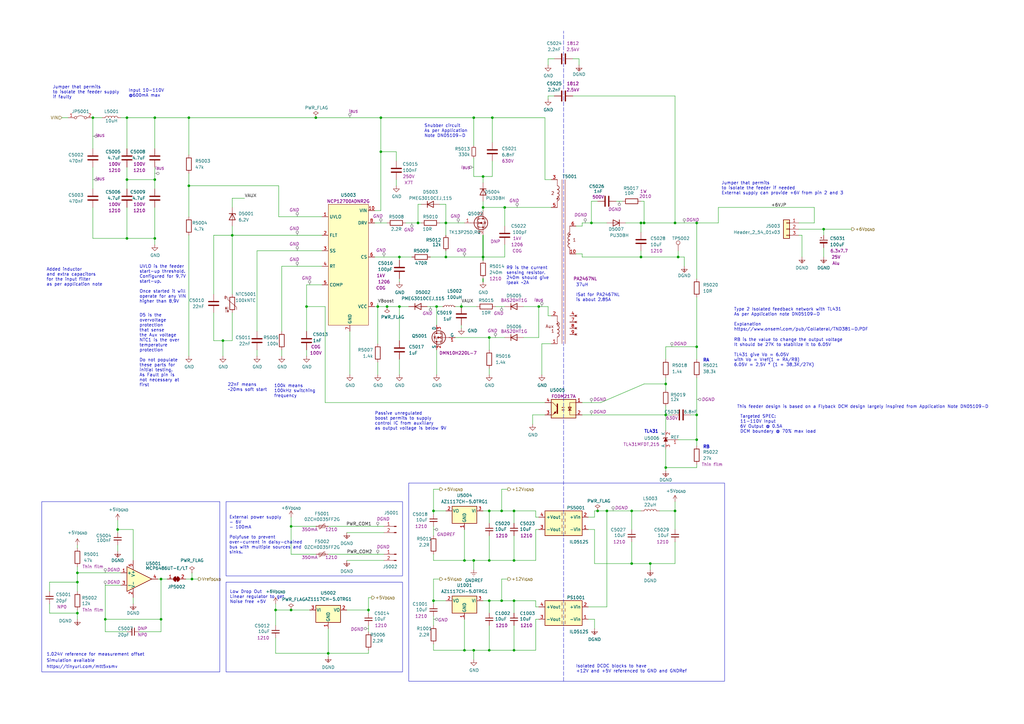
<source format=kicad_sch>
(kicad_sch (version 20231120) (generator "eeschema") (generator_version "8.0")
  (paper "A3")
  (junction (at 194.31 48.26))
  (junction (at 220.98 125.73))
  (junction (at 52.07 97.79))
  (junction (at 273.05 191.77))
  (junction (at 38.1 48.26))
  (junction (at 119.38 215.9))
  (junction (at 210.82 246.38))
  (junction (at 182.88 105.41))
  (junction (at 259.08 231.14))
  (junction (at 285.75 91.44))
  (junction (at 66.04 254))
  (junction (at 190.5 229.87))
  (junction (at 63.5 73.66))
  (junction (at 205.74 209.55))
  (junction (at 285.75 142.24))
  (junction (at 200.66 209.55))
  (junction (at 163.83 105.41))
  (junction (at 285.75 170.18))
  (junction (at 134.62 267.97))
  (junction (at 207.01 85.09))
  (junction (at 31.75 234.95))
  (junction (at 151.13 250.19))
  (junction (at 200.66 229.87))
  (junction (at 276.86 91.44))
  (junction (at 190.5 266.7))
  (junction (at 248.92 209.55))
  (junction (at 52.07 48.26))
  (junction (at 52.07 73.66))
  (junction (at 163.83 125.73))
  (junction (at 273.05 170.18))
  (junction (at 179.07 125.73))
  (junction (at 43.18 254))
  (junction (at 189.23 125.73))
  (junction (at 262.89 91.44))
  (junction (at 156.21 48.26))
  (junction (at 276.86 209.55))
  (junction (at 113.03 250.19))
  (junction (at 201.93 48.26))
  (junction (at 198.12 85.09))
  (junction (at 63.5 97.79))
  (junction (at 78.74 237.49))
  (junction (at 210.82 266.7))
  (junction (at 200.66 246.38))
  (junction (at 119.38 250.19))
  (junction (at 31.75 238.76))
  (junction (at 156.21 62.23))
  (junction (at 194.31 229.87))
  (junction (at 273.05 157.48))
  (junction (at 158.75 125.73))
  (junction (at 266.7 231.14))
  (junction (at 198.12 105.41))
  (junction (at 66.04 237.49))
  (junction (at 198.12 72.39))
  (junction (at 77.47 48.26))
  (junction (at 95.25 96.52))
  (junction (at 177.8 246.38))
  (junction (at 337.82 93.98))
  (junction (at 194.31 266.7))
  (junction (at 262.89 105.41))
  (junction (at 182.88 91.44))
  (junction (at 154.94 125.73))
  (junction (at 48.26 217.17))
  (junction (at 259.08 209.55))
  (junction (at 129.54 48.26))
  (junction (at 264.16 91.44))
  (junction (at 278.13 105.41))
  (junction (at 77.47 76.2))
  (junction (at 285.75 180.34))
  (junction (at 31.75 251.46))
  (junction (at 210.82 229.87))
  (junction (at 245.11 209.55))
  (junction (at 200.66 138.43))
  (junction (at 125.73 125.73))
  (junction (at 205.74 246.38))
  (junction (at 177.8 209.55))
  (junction (at 242.57 91.44))
  (junction (at 63.5 48.26))
  (junction (at 91.44 139.7))
  (junction (at 200.66 266.7))
  (junction (at 210.82 209.55))
  (junction (at 171.45 91.44))
  (wire (pts (xy 224.79 24.13) (xy 224.79 26.67)))
  (wire (pts (xy 276.86 91.44) (xy 285.75 91.44)) (stroke (width 0.1524)))
  (wire (pts (xy 238.76 91.44) (xy 242.57 91.44)) (stroke (width 0.1524)))
  (wire (pts (xy 153.67 91.44) (xy 158.75 91.44)))
  (wire (pts (xy 294.64 85.09) (xy 334.01 85.09)) (stroke (width 0.1524)))
  (wire (pts (xy 177.8 264.16) (xy 177.8 266.7)))
  (wire (pts (xy 105.41 143.51) (xy 105.41 146.05)))
  (wire (pts (xy 241.3 248.92) (xy 248.92 248.92)))
  (wire (pts (xy 194.31 266.7) (xy 200.66 266.7)))
  (wire (pts (xy 133.35 165.1) (xy 133.35 125.73)))
  (wire (pts (xy 151.13 250.19) (xy 151.13 245.11)))
  (wire (pts (xy 200.66 229.87) (xy 210.82 229.87)))
  (wire (pts (xy 66.04 237.49) (xy 68.58 237.49)))
  (wire (pts (xy 238.76 165.1) (xy 246.38 165.1)))
  (wire (pts (xy 38.1 85.09) (xy 38.1 97.79)) (stroke (width 0.1524)))
  (wire (pts (xy 242.57 82.55) (xy 245.11 82.55)) (stroke (width 0.1524)))
  (wire (pts (xy 207.01 100.33) (xy 207.01 105.41)))
  (wire (pts (xy 175.26 125.73) (xy 179.07 125.73)))
  (wire (pts (xy 182.88 91.44) (xy 190.5 91.44)))
  (wire (pts (xy 105.41 102.87) (xy 105.41 135.89)))
  (wire (pts (xy 52.07 259.08) (xy 43.18 259.08)))
  (wire (pts (xy 219.71 254) (xy 219.71 266.7)))
  (wire (pts (xy 163.83 147.32) (xy 163.83 153.67)))
  (wire (pts (xy 198.12 74.93) (xy 198.12 72.39)) (stroke (width 0.1524)))
  (wire (pts (xy 113.03 250.19) (xy 113.03 256.54)))
  (wire (pts (xy 210.82 266.7) (xy 210.82 256.54)))
  (wire (pts (xy 198.12 114.3) (xy 198.12 115.57)) (stroke (width 0.35)))
  (wire (pts (xy 113.03 267.97) (xy 134.62 267.97)))
  (wire (pts (xy 210.82 251.46) (xy 210.82 246.38)))
  (wire (pts (xy 201.93 72.39) (xy 198.12 72.39)) (stroke (width 0.1524)))
  (wire (pts (xy 222.25 140.97) (xy 226.06 140.97)))
  (wire (pts (xy 200.66 138.43) (xy 207.01 138.43)))
  (wire (pts (xy 337.82 101.6) (xy 337.82 105.41)) (stroke (width 0.1524)))
  (wire (pts (xy 248.92 209.55) (xy 248.92 248.92)))
  (wire (pts (xy 180.34 83.82) (xy 182.88 83.82)))
  (wire (pts (xy 242.57 91.44) (xy 242.57 82.55)) (stroke (width 0.1524)))
  (wire (pts (xy 182.88 83.82) (xy 182.88 91.44)))
  (wire (pts (xy 219.71 212.09) (xy 220.98 212.09)))
  (polyline (pts (xy 231.14 205.74) (xy 231.14 12.7)) (stroke (width 0) (type dash)))
  (wire (pts (xy 205.74 200.66) (xy 205.74 209.55)))
  (wire (pts (xy 238.76 105.41) (xy 262.89 105.41)) (stroke (width 0.1524)))
  (wire (pts (xy 52.07 73.66) (xy 63.5 73.66)) (stroke (width 0.1524)))
  (wire (pts (xy 31.75 234.95) (xy 49.53 234.95)))
  (wire (pts (xy 210.82 229.87) (xy 219.71 229.87)))
  (wire (pts (xy 201.93 66.04) (xy 201.93 72.39)) (stroke (width 0.1524)))
  (wire (pts (xy 273.05 166.37) (xy 273.05 170.18)))
  (wire (pts (xy 38.1 68.58) (xy 38.1 77.47)) (stroke (width 0.1524)))
  (wire (pts (xy 177.8 237.49) (xy 177.8 246.38)))
  (wire (pts (xy 31.75 238.76) (xy 31.75 242.57)))
  (wire (pts (xy 66.04 259.08) (xy 57.15 259.08)))
  (wire (pts (xy 151.13 245.11) (xy 152.4 245.11)))
  (wire (pts (xy 132.08 102.87) (xy 105.41 102.87)))
  (wire (pts (xy 186.69 138.43) (xy 200.66 138.43)))
  (wire (pts (xy 205.74 209.55) (xy 210.82 209.55)))
  (wire (pts (xy 177.8 266.7) (xy 190.5 266.7)))
  (wire (pts (xy 114.3 88.9) (xy 114.3 76.2)))
  (wire (pts (xy 176.53 105.41) (xy 182.88 105.41)))
  (wire (pts (xy 31.75 251.46) (xy 20.32 251.46)))
  (wire (pts (xy 134.62 267.97) (xy 151.13 267.97)))
  (wire (pts (xy 220.98 125.73) (xy 220.98 138.43)))
  (wire (pts (xy 87.63 139.7) (xy 91.44 139.7)))
  (wire (pts (xy 129.54 48.26) (xy 156.21 48.26)) (stroke (width 0.1524)))
  (wire (pts (xy 198.12 85.09) (xy 198.12 86.36)) (stroke (width 0.1524)))
  (wire (pts (xy 63.5 48.26) (xy 63.5 60.96)) (stroke (width 0.1524)))
  (wire (pts (xy 273.05 147.32) (xy 273.05 142.24)))
  (wire (pts (xy 52.07 97.79) (xy 63.5 97.79)) (stroke (width 0.1524)))
  (wire (pts (xy 262.89 91.44) (xy 262.89 95.25)) (stroke (width 0.1524)))
  (wire (pts (xy 189.23 124.46) (xy 189.23 125.73)))
  (wire (pts (xy 156.21 48.26) (xy 156.21 62.23)) (stroke (width 0.1524)))
  (wire (pts (xy 210.82 229.87) (xy 210.82 219.71)))
  (wire (pts (xy 194.31 48.26) (xy 201.93 48.26)) (stroke (width 0.1524)))
  (wire (pts (xy 54.61 245.11) (xy 54.61 247.65)))
  (wire (pts (xy 142.24 218.44) (xy 157.48 218.44)))
  (wire (pts (xy 77.47 48.26) (xy 129.54 48.26)) (stroke (width 0.1524)))
  (wire (pts (xy 48.26 213.36) (xy 48.26 217.17)))
  (wire (pts (xy 151.13 266.7) (xy 151.13 267.97)))
  (wire (pts (xy 38.1 97.79) (xy 52.07 97.79)) (stroke (width 0.1524)))
  (wire (pts (xy 285.75 142.24) (xy 285.75 147.32)))
  (wire (pts (xy 182.88 102.87) (xy 182.88 105.41)))
  (wire (pts (xy 43.18 254) (xy 66.04 254)))
  (wire (pts (xy 285.75 91.44) (xy 294.64 91.44)) (stroke (width 0.1524)))
  (wire (pts (xy 66.04 254) (xy 66.04 259.08)))
  (wire (pts (xy 222.25 153.67) (xy 222.25 140.97)))
  (wire (pts (xy 205.74 237.49) (xy 205.74 246.38)))
  (wire (pts (xy 78.74 237.49) (xy 81.28 237.49)))
  (wire (pts (xy 285.75 170.18) (xy 283.21 170.18)))
  (wire (pts (xy 25.4 48.26) (xy 27.94 48.26)) (stroke (width 0.1524)))
  (wire (pts (xy 210.82 246.38) (xy 219.71 246.38)))
  (wire (pts (xy 156.21 86.36) (xy 156.21 62.23)) (stroke (width 0.1524)))
  (wire (pts (xy 328.93 96.52) (xy 327.66 96.52)) (stroke (width 0.1524)))
  (wire (pts (xy 200.66 138.43) (xy 200.66 143.51)))
  (wire (pts (xy 219.71 254) (xy 220.98 254)))
  (wire (pts (xy 226.06 129.54) (xy 224.79 129.54)))
  (wire (pts (xy 190.5 266.7) (xy 194.31 266.7)))
  (wire (pts (xy 219.71 248.92) (xy 220.98 248.92)))
  (wire (pts (xy 278.13 102.87) (xy 278.13 105.41)) (stroke (width 0.1524)))
  (wire (pts (xy 285.75 91.44) (xy 285.75 114.3)) (stroke (width 0.1524)))
  (wire (pts (xy 119.38 227.33) (xy 129.54 227.33)))
  (wire (pts (xy 205.74 200.66) (xy 208.28 200.66)))
  (wire (pts (xy 54.61 217.17) (xy 54.61 229.87)))
  (wire (pts (xy 115.57 143.51) (xy 115.57 146.05)))
  (wire (pts (xy 95.25 92.71) (xy 95.25 96.52)))
  (wire (pts (xy 198.12 209.55) (xy 200.66 209.55)))
  (wire (pts (xy 203.2 125.73) (xy 207.01 125.73)))
  (wire (pts (xy 198.12 85.09) (xy 207.01 85.09)) (stroke (width 0.1524)))
  (wire (pts (xy 154.94 148.59) (xy 154.94 153.67)))
  (wire (pts (xy 113.03 250.19) (xy 119.38 250.19)))
  (wire (pts (xy 52.07 68.58) (xy 52.07 73.66)) (stroke (width 0.1524)))
  (wire (pts (xy 273.05 170.18) (xy 275.59 170.18)))
  (wire (pts (xy 154.94 125.73) (xy 154.94 140.97)))
  (wire (pts (xy 194.31 266.7) (xy 194.31 270.51)))
  (wire (pts (xy 166.37 91.44) (xy 171.45 91.44)))
  (wire (pts (xy 172.72 83.82) (xy 171.45 83.82)))
  (wire (pts (xy 132.08 96.52) (xy 95.25 96.52)))
  (wire (pts (xy 20.32 238.76) (xy 20.32 242.57)))
  (wire (pts (xy 278.13 180.34) (xy 285.75 180.34)))
  (wire (pts (xy 276.86 231.14) (xy 266.7 231.14)))
  (wire (pts (xy 156.21 62.23) (xy 162.56 62.23)) (stroke (width 0.1524)))
  (wire (pts (xy 115.57 109.22) (xy 115.57 135.89)))
  (wire (pts (xy 95.25 81.28) (xy 95.25 85.09)))
  (wire (pts (xy 241.3 217.17) (xy 243.84 217.17)))
  (wire (pts (xy 143.51 135.89) (xy 143.51 153.67)))
  (wire (pts (xy 132.08 88.9) (xy 114.3 88.9)))
  (wire (pts (xy 113.03 261.62) (xy 113.03 267.97)))
  (wire (pts (xy 276.86 205.74) (xy 276.86 209.55)))
  (wire (pts (xy 198.12 72.39) (xy 194.31 72.39)) (stroke (width 0.1524)))
  (wire (pts (xy 200.66 209.55) (xy 205.74 209.55)))
  (wire (pts (xy 52.07 73.66) (xy 52.07 77.47)) (stroke (width 0.1524)))
  (wire (pts (xy 259.08 231.14) (xy 266.7 231.14)))
  (wire (pts (xy 200.66 219.71) (xy 200.66 229.87)))
  (wire (pts (xy 179.07 125.73) (xy 181.61 125.73)))
  (wire (pts (xy 190.5 229.87) (xy 194.31 229.87)))
  (wire (pts (xy 66.04 254) (xy 66.04 237.49)))
  (wire (pts (xy 276.86 209.55) (xy 276.86 217.17)))
  (wire (pts (xy 77.47 48.26) (xy 77.47 63.5)) (stroke (width 0.1524)))
  (wire (pts (xy 20.32 251.46) (xy 20.32 247.65)))
  (wire (pts (xy 210.82 209.55) (xy 219.71 209.55)))
  (wire (pts (xy 227.33 24.13) (xy 224.79 24.13)))
  (wire (pts (xy 285.75 121.92) (xy 285.75 142.24)))
  (wire (pts (xy 276.86 222.25) (xy 276.86 231.14)))
  (wire (pts (xy 245.11 209.55) (xy 243.84 209.55)))
  (wire (pts (xy 87.63 96.52) (xy 95.25 96.52)))
  (wire (pts (xy 77.47 76.2) (xy 114.3 76.2)))
  (wire (pts (xy 189.23 125.73) (xy 195.58 125.73)))
  (wire (pts (xy 151.13 256.54) (xy 151.13 259.08)))
  (wire (pts (xy 198.12 105.41) (xy 198.12 106.68)) (stroke (width 0.35)))
  (wire (pts (xy 273.05 184.15) (xy 273.05 191.77)))
  (wire (pts (xy 200.66 256.54) (xy 200.66 266.7)))
  (polyline (pts (xy 231.14 279.4) (xy 231.14 205.74)) (stroke (width 0) (type dash)))
  (wire (pts (xy 177.8 200.66) (xy 180.34 200.66)))
  (wire (pts (xy 177.8 252.73) (xy 177.8 256.54)))
  (wire (pts (xy 337.82 93.98) (xy 327.66 93.98)))
  (wire (pts (xy 224.79 39.37) (xy 224.79 40.64)))
  (wire (pts (xy 177.8 215.9) (xy 177.8 219.71)))
  (wire (pts (xy 276.86 39.37) (xy 276.86 91.44)) (stroke (width 0.1524)))
  (wire (pts (xy 52.07 48.26) (xy 63.5 48.26)) (stroke (width 0.1524)))
  (wire (pts (xy 125.73 116.84) (xy 125.73 125.73)))
  (wire (pts (xy 52.07 48.26) (xy 52.07 60.96)) (stroke (width 0.1524)))
  (wire (pts (xy 132.08 116.84) (xy 125.73 116.84)))
  (wire (pts (xy 262.89 82.55) (xy 264.16 82.55)) (stroke (width 0.1524)))
  (wire (pts (xy 273.05 191.77) (xy 273.05 193.04)))
  (wire (pts (xy 241.3 254) (xy 243.84 254)))
  (wire (pts (xy 177.8 209.55) (xy 177.8 210.82)))
  (wire (pts (xy 207.01 85.09) (xy 207.01 92.71)) (stroke (width 0.1524)))
  (wire (pts (xy 43.18 254) (xy 43.18 259.08)))
  (wire (pts (xy 205.74 237.49) (xy 208.28 237.49)))
  (wire (pts (xy 328.93 96.52) (xy 328.93 105.41)) (stroke (width 0.1524)))
  (wire (pts (xy 77.47 71.12) (xy 77.47 76.2)))
  (wire (pts (xy 259.08 222.25) (xy 259.08 231.14)))
  (wire (pts (xy 210.82 214.63) (xy 210.82 209.55)))
  (wire (pts (xy 179.07 143.51) (xy 179.07 153.67)))
  (wire (pts (xy 234.95 24.13) (xy 237.49 24.13)))
  (wire (pts (xy 294.64 85.09) (xy 294.64 91.44)) (stroke (width 0.1524)))
  (wire (pts (xy 236.22 92.71) (xy 238.76 92.71)) (stroke (width 0.1524)))
  (wire (pts (xy 243.84 231.14) (xy 259.08 231.14)))
  (wire (pts (xy 334.01 91.44) (xy 327.66 91.44)) (stroke (width 0.1524)))
  (wire (pts (xy 63.5 97.79) (xy 63.5 100.33)) (stroke (width 0.1524)))
  (wire (pts (xy 180.34 91.44) (xy 182.88 91.44)))
  (wire (pts (xy 264.16 91.44) (xy 276.86 91.44)) (stroke (width 0.1524)))
  (wire (pts (xy 186.69 125.73) (xy 189.23 125.73)))
  (wire (pts (xy 227.33 39.37) (xy 224.79 39.37)))
  (wire (pts (xy 264.16 82.55) (xy 264.16 91.44)) (stroke (width 0.1524)))
  (wire (pts (xy 142.24 250.19) (xy 151.13 250.19)))
  (wire (pts (xy 262.89 91.44) (xy 264.16 91.44)) (stroke (width 0.1524)))
  (wire (pts (xy 194.31 64.77) (xy 194.31 72.39)) (stroke (width 0.1524)))
  (wire (pts (xy 259.08 209.55) (xy 262.89 209.55)))
  (wire (pts (xy 119.38 215.9) (xy 119.38 227.33)))
  (wire (pts (xy 31.75 232.41) (xy 31.75 234.95)))
  (wire (pts (xy 134.62 215.9) (xy 157.48 215.9)))
  (wire (pts (xy 210.82 266.7) (xy 219.71 266.7)))
  (wire (pts (xy 242.57 91.44) (xy 248.92 91.44)) (stroke (width 0.1524)))
  (wire (pts (xy 243.84 217.17) (xy 243.84 231.14)))
  (wire (pts (xy 234.95 39.37) (xy 276.86 39.37)) (stroke (width 0.1524)))
  (wire (pts (xy 154.94 125.73) (xy 158.75 125.73)))
  (wire (pts (xy 194.31 229.87) (xy 200.66 229.87)))
  (wire (pts (xy 125.73 125.73) (xy 133.35 125.73)))
  (wire (pts (xy 52.07 85.09) (xy 52.07 97.79)) (stroke (width 0.1524)))
  (wire (pts (xy 38.1 48.26) (xy 38.1 60.96)) (stroke (width 0.1524)))
  (wire (pts (xy 264.16 157.48) (xy 273.05 157.48)))
  (wire (pts (xy 77.47 76.2) (xy 77.47 88.9)))
  (wire (pts (xy 198.12 105.41) (xy 207.01 105.41)))
  (wire (pts (xy 219.71 248.92) (xy 219.71 246.38)))
  (wire (pts (xy 238.76 104.14) (xy 238.76 105.41)) (stroke (width 0.1524)))
  (wire (pts (xy 243.84 254) (xy 243.84 257.81)))
  (wire (pts (xy 224.79 129.54) (xy 224.79 125.73)))
  (wire (pts (xy 198.12 82.55) (xy 198.12 85.09)) (stroke (width 0.1524)))
  (wire (pts (xy 113.03 247.65) (xy 113.03 250.19)))
  (wire (pts (xy 134.62 257.81) (xy 134.62 267.97)))
  (wire (pts (xy 153.67 105.41) (xy 163.83 105.41)))
  (wire (pts (xy 285.75 170.18) (xy 285.75 180.34)))
  (wire (pts (xy 119.38 215.9) (xy 129.54 215.9)))
  (wire (pts (xy 31.75 223.52) (xy 31.75 224.79)))
  (wire (pts (xy 182.88 209.55) (xy 177.8 209.55)))
  (wire (pts (xy 219.71 212.09) (xy 219.71 209.55)))
  (wire (pts (xy 246.38 165.1) (xy 264.16 157.48)))
  (wire (pts (xy 200.66 246.38) (xy 200.66 251.46)))
  (wire (pts (xy 87.63 96.52) (xy 87.63 120.65)))
  (wire (pts (xy 182.88 91.44) (xy 182.88 96.52)))
  (wire (pts (xy 177.8 200.66) (xy 177.8 209.55)))
  (wire (pts (xy 95.25 96.52) (xy 95.25 120.65)))
  (wire (pts (xy 179.07 125.73) (xy 179.07 133.35)))
  (wire (pts (xy 154.94 124.46) (xy 154.94 125.73)))
  (wire (pts (xy 237.49 24.13) (xy 237.49 26.67)))
  (wire (pts (xy 194.31 229.87) (xy 194.31 233.68)))
  (wire (pts (xy 337.82 93.98) (xy 349.25 93.98)))
  (wire (pts (xy 334.01 91.44) (xy 334.01 85.09)) (stroke (width 0.1524)))
  (wire (pts (xy 252.73 82.55) (xy 255.27 82.55)))
  (wire (pts (xy 205.74 246.38) (xy 210.82 246.38)))
  (wire (pts (xy 262.89 102.87) (xy 262.89 105.41)) (stroke (width 0.1524)))
  (wire (pts (xy 91.44 139.7) (xy 91.44 146.05)))
  (wire (pts (xy 220.98 125.73) (xy 224.79 125.73)))
  (wire (pts (xy 38.1 48.26) (xy 41.91 48.26)) (stroke (width 0.1524)))
  (wire (pts (xy 48.26 217.17) (xy 54.61 217.17)))
  (wire (pts (xy 223.52 170.18) (xy 218.44 170.18)))
  (wire (pts (xy 177.8 246.38) (xy 177.8 247.65)))
  (wire (pts (xy 31.75 238.76) (xy 20.32 238.76)))
  (wire (pts (xy 238.76 170.18) (xy 273.05 170.18)))
  (wire (pts (xy 200.66 209.55) (xy 200.66 214.63)))
  (wire (pts (xy 177.8 227.33) (xy 177.8 229.87)))
  (wire (pts (xy 266.7 231.14) (xy 266.7 233.68)))
  (wire (pts (xy 163.83 114.3) (xy 163.83 115.57)))
  (wire (pts (xy 226.06 73.66) (xy 223.52 73.66)) (stroke (width 0.1524)))
  (wire (pts (xy 200.66 246.38) (xy 205.74 246.38)))
  (wire (pts (xy 190.5 217.17) (xy 190.5 229.87)))
  (wire (pts (xy 43.18 240.03) (xy 43.18 254)))
  (wire (pts (xy 273.05 142.24) (xy 285.75 142.24)))
  (wire (pts (xy 285.75 180.34) (xy 285.75 182.88)))
  (wire (pts (xy 177.8 237.49) (xy 180.34 237.49)))
  (wire (pts (xy 125.73 125.73) (xy 125.73 135.89)))
  (wire (pts (xy 63.5 85.09) (xy 63.5 97.79)) (stroke (width 0.1524)))
  (wire (pts (xy 63.5 68.58) (xy 63.5 73.66)) (stroke (width 0.1524)))
  (wire (pts (xy 119.38 215.9) (xy 119.38 212.09)))
  (wire (pts (xy 119.38 250.19) (xy 127 250.19)))
  (wire (pts (xy 285.75 154.94) (xy 285.75 170.18)))
  (wire (pts (xy 134.62 267.97) (xy 134.62 269.24)))
  (wire (pts (xy 162.56 62.23) (xy 162.56 66.04)) (stroke (width 0.1524)))
  (wire (pts (xy 248.92 209.55) (xy 245.11 209.55)))
  (wire (pts (xy 153.67 86.36) (xy 156.21 86.36)) (stroke (width 0.1524)))
  (wire (pts (xy 201.93 48.26) (xy 223.52 48.26)) (stroke (width 0.1524)))
  (wire (pts (xy 134.62 227.33) (xy 157.48 227.33)))
  (wire (pts (xy 190.5 254) (xy 190.5 266.7)))
  (wire (pts (xy 236.22 104.14) (xy 238.76 104.14)) (stroke (width 0.1524)))
  (wire (pts (xy 156.21 48.26) (xy 194.31 48.26)) (stroke (width 0.1524)))
  (wire (pts (xy 163.83 105.41) (xy 163.83 106.68)))
  (wire (pts (xy 214.63 125.73) (xy 220.98 125.73)))
  (wire (pts (xy 189.23 134.62) (xy 189.23 133.35)))
  (wire (pts (xy 177.8 229.87) (xy 190.5 229.87)))
  (wire (pts (xy 49.53 240.03) (xy 43.18 240.03)))
  (wire (pts (xy 273.05 191.77) (xy 285.75 191.77)))
  (wire (pts (xy 219.71 217.17) (xy 219.71 229.87)))
  (wire (pts (xy 243.84 209.55) (xy 243.84 212.09)))
  (wire (pts (xy 207.01 85.09) (xy 226.06 85.09)) (stroke (width 0.1524)))
  (wire (pts (xy 285.75 190.5) (xy 285.75 191.77)))
  (wire (pts (xy 153.67 125.73) (xy 154.94 125.73)))
  (wire (pts (xy 63.5 73.66) (xy 63.5 77.47)) (stroke (width 0.1524)))
  (wire (pts (xy 243.84 212.09) (xy 241.3 212.09)))
  (wire (pts (xy 200.66 266.7) (xy 210.82 266.7)))
  (wire (pts (xy 49.53 48.26) (xy 52.07 48.26)) (stroke (width 0.1524)))
  (wire (pts (xy 171.45 91.44) (xy 172.72 91.44)))
  (wire (pts (xy 77.47 96.52) (xy 77.47 146.05)))
  (wire (pts (xy 337.82 93.98) (xy 337.82 96.52)) (stroke (width 0.1524)))
  (wire (pts (xy 273.05 157.48) (xy 273.05 160.02)))
  (wire (pts (xy 273.05 154.94) (xy 273.05 157.48)))
  (wire (pts (xy 100.33 81.28) (xy 95.25 81.28)))
  (wire (pts (xy 171.45 83.82) (xy 171.45 91.44)))
  (wire (pts (xy 64.77 237.49) (xy 66.04 237.49)))
  (wire (pts (xy 91.44 139.7) (xy 95.25 139.7)))
  (wire (pts (xy 248.92 209.55) (xy 259.08 209.55)))
  (wire (pts (xy 219.71 217.17) (xy 220.98 217.17)))
  (wire (pts (xy 95.25 128.27) (xy 95.25 139.7)))
  (wire (pts (xy 223.52 165.1) (xy 133.35 165.1)))
  (wire (pts (xy 218.44 170.18) (xy 218.44 173.99)))
  (wire (pts (xy 214.63 138.43) (xy 220.98 138.43)))
  (wire (pts (xy 256.54 91.44) (xy 262.89 91.44)) (stroke (width 0.1524)))
  (wire (pts (xy 163.83 125.73) (xy 163.83 139.7)))
  (wire (pts (xy 194.31 48.26) (xy 194.31 59.69)) (stroke (width 0.1524)))
  (wire (pts (xy 163.83 105.41) (xy 168.91 105.41)))
  (wire (pts (xy 273.05 170.18) (xy 273.05 176.53)))
  (wire (pts (xy 182.88 105.41) (xy 198.12 105.41)))
  (wire (pts (xy 31.75 234.95) (xy 31.75 238.76)))
  (wire (pts (xy 259.08 209.55) (xy 259.08 217.17)))
  (wire (pts (xy 151.13 251.46) (xy 151.13 250.19)))
  (wire (pts (xy 182.88 246.38) (xy 177.8 246.38)))
  (wire (pts (xy 78.74 234.95) (xy 78.74 237.49)))
  (wire (pts (xy 31.75 250.19) (xy 31.75 251.46)))
  (wire (pts (xy 198.12 96.52) (xy 198.12 105.41)) (stroke (width 0.35)))
  (wire (pts (xy 125.73 143.51) (xy 125.73 146.05)))
  (wire (pts (xy 31.75 251.46) (xy 31.75 254)))
  (wire (pts (xy 132.08 109.22) (xy 115.57 109.22)))
  (wire (pts (xy 158.75 125.73) (xy 163.83 125.73)))
  (wire (pts (xy 198.12 246.38) (xy 200.66 246.38)))
  (wire (pts (xy 270.51 209.55) (xy 276.86 209.55)))
  (wire (pts (xy 278.13 105.41) (xy 280.67 105.41)) (stroke (width 0.1524)))
  (wire (pts (xy 63.5 48.26) (xy 77.47 48.26)) (stroke (width 0.1524)))
  (wire (pts (xy 76.2 237.49) (xy 78.74 237.49)))
  (wire (pts (xy 163.83 125.73) (xy 167.64 125.73)))
  (wire (pts (xy 48.26 217.17) (xy 48.26 218.44)))
  (wire (pts (xy 201.93 48.26) (xy 201.93 58.42)) (stroke (width 0.1524)))
  (wire (pts (xy 262.89 105.41) (xy 278.13 105.41)) (stroke (width 0.1524)))
  (wire (pts (xy 280.67 105.41) (xy 280.67 109.22)) (stroke (width 0.1524)))
  (wire (pts (xy 87.63 128.27) (xy 87.63 139.7)))
  (wire (pts (xy 238.76 92.71) (xy 238.76 91.44)) (stroke (width 0.1524)))
  (wire (pts (xy 142.24 229.87) (xy 157.48 229.87)))
  (wire (pts (xy 223.52 73.66) (xy 223.52 48.26)) (stroke (width 0.1524)))
  (wire (pts (xy 162.56 73.66) (xy 162.56 76.2)))
  (wire (pts (xy 200.66 151.13) (xy 200.66 153.67)))
  (wire (pts (xy 48.26 223.52) (xy 48.26 226.06)))
  (rectangle (start 92.71 238.76) (end 165.1 275.59))
  (rectangle (start 92.71 205.74) (end 165.1 236.22))
  (rectangle (start 167.64 198.12) (end 297.18 279.4))
  (rectangle (start 17.145 205.74) (end 90.17 275.59))
  (text "TL431 give Vo = 6.05V\nwith Vo = Vref(1 + RA/RB)\n6.05V = 2,5V * (1 + 38,3K/27K)" (at 300.99 150.495 0) (effects (font (size 1.27 1.27)) (justify left bottom)))
  (text "1.024V reference for measurement offset " (at 19.05 269.24 0) (effects (font (size 1.27 1.27)) (justify left bottom)))
  (text "Jumper that permits \nto isolate the feeder if needed\nExternal supply can provide +6V from pin 2 and 3\n" (at 295.91 80.01 0) (effects (font (size 1.27 1.27)) (justify left bottom)))
  (text "Passive unregulated\nboost permits to supply\ncontrol IC from auxillary\nas output voltage is below 9V\n" (at 153.67 176.53 0) (effects (font (size 1.27 1.27)) (justify left bottom)))
  (text "https://tinyurl.com/mtt5xsmv" (at 19.05 274.32 0) (effects (font (size 1.27 1.27)) (justify left bottom)))
  (text "Type 2 Isolated feedback network with TL431\nAs per Application note DN05109-D\n\nExplanation\nhttps://www.onsemi.com/pub/Collateral/TND381-D.PDF" (at 300.99 135.89 0) (effects (font (size 1.27 1.27)) (justify left bottom)))
  (text "RA" (at 288.29 148.59 0) (effects (font (size 1.27 1.27) (thickness 0.254) (bold yes)) (justify left bottom)))
  (text "Input 10-110V\n@600mA max" (at 52.705 40.005 0) (effects (font (size 1.27 1.27)) (justify left bottom)))
  (text "UVLO is the feeder\nstart-up threshold. \nConfigured for 9,7V\nstart-up.\n\nOnce started it will\noperate for any VIN\nhigher than 8,9V" (at 57.15 124.46 0) (effects (font (size 1.27 1.27)) (justify left bottom)))
  (text "37uH\n\nISat for PA2467NL\nis about 2.85A" (at 236.22 123.825 0) (effects (font (size 1.27 1.27)) (justify left bottom)))
  (text "22nF means \n~20ms soft start" (at 93.345 160.655 0) (effects (font (size 1.27 1.27)) (justify left bottom)))
  (text "100k means \n100kHz switching\nfrequency" (at 112.395 163.195 0) (effects (font (size 1.27 1.27)) (justify left bottom)))
  (text "Added inductor \nand extra capacitors\nfor the input filter \nas per application note" (at 19.05 117.475 0) (effects (font (size 1.27 1.27)) (justify left bottom)))
  (text "Low Drop Out \nLinear regulator to get\nNoise free +5V " (at 94.234 247.65 0) (effects (font (size 1.27 1.27)) (justify left bottom)))
  (text "RB is the value to change the output voltage\nIt should be 27K to stabilize it to 6.05V\n" (at 300.99 142.24 0) (effects (font (size 1.27 1.27)) (justify left bottom)))
  (text "R9 is the current \nsensing resistor.\n240m should give\nIpeak ~2A" (at 207.645 116.84 0) (effects (font (size 1.27 1.27)) (justify left bottom)))
  (text "Simulation available" (at 19.05 271.78 0) (effects (font (size 1.27 1.27)) (justify left bottom)))
  (text "Isolated DCDC blocks to have\n+12V and +5V referenced to GND and GNDRef" (at 236.22 276.098 0) (effects (font (size 1.27 1.27)) (justify left bottom)))
  (text "TL431" (at 264.16 177.8 0) (effects (font (size 1.27 1.27) (thickness 0.254) (bold yes)) (justify left bottom)))
  (text "RB" (at 288.29 184.15 0) (effects (font (size 1.27 1.27) (thickness 0.254) (bold yes)) (justify left bottom)))
  (text "Jumper that permits \nto isolate the feeder supply\nif faulty\n" (at 21.59 40.64 0) (effects (font (size 1.27 1.27)) (justify left bottom)))
  (text "Targeted SPEC: \n11-110V Input \n6V Output @ 0.5A \nDCM boundary @ 70% max load\n" (at 303.53 177.8 0) (effects (font (size 1.27 1.27)) (justify left bottom)))
  (text "D5 is the \novervoltage \nprotection \nthat sense \nthe Aux voltage\nNTC1 is the over\ntemperature \nprotection \n\nDo not populate\nthese parts for\ninitial testing.\nAs Fault pin is\nnot necessary at\nfirst" (at 57.15 158.75 0) (effects (font (size 1.27 1.27)) (justify left bottom)))
  (text "This feeder design is based on a Flyback DCM design largely inspired from Application Note DN05109-D" (at 302.26 167.64 0) (effects (font (size 1.27 1.27)) (justify left bottom)))
  (text "External power supply\n- 6V\n- 100mA\n\nPolyfuse to prevent \nover-current in daisy-chained \nbus with multiple sources and \nsinks." (at 93.98 227.33 0) (effects (font (size 1.27 1.27)) (justify left bottom)))
  (text "Snubber circuit \nAs per Application \nNote DN05109-D" (at 173.99 56.515 0) (effects (font (size 1.27 1.27)) (justify left bottom)))
  (label "PWR_COM2" (at 142.24 227.33 0))
  (label "VAUX" (at 100.33 81.28 0))
  (label "VBoost" (at 154.94 124.46 0))
  (label "PWR_COM1" (at 152.4 215.9 180))
  (label "VAUX" (at 189.23 124.46 0))
  (label "+6VJP" (at 316.23 85.09 0))
  (hierarchical_label "+5V_{IGND}" (shape output) (at 180.34 237.49 0))
  (hierarchical_label "+5V_{DGND}" (shape output) (at 152.4 245.11 0))
  (hierarchical_label "+6V_{DGND}" (shape output) (at 349.25 93.98 0))
  (hierarchical_label "+12V_{IIGND}" (shape output) (at 208.28 200.66 0))
  (hierarchical_label "Vref_{DGND}" (shape output) (at 81.28 237.49 0))
  (hierarchical_label "+12V_{IGND}" (shape output) (at 208.28 237.49 0))
  (hierarchical_label "VIN" (shape input) (at 25.4 48.26 180))
  (hierarchical_label "+5V_{IIGND}" (shape output) (at 180.34 200.66 0))
  (netclass_flag "" (length 1.27) (shape round) (at 285.75 163.83 270) (property "Netclass" "DGND" (at 287.782 163.83 0) (effects (font (italic yes)) (justify left))))
  (netclass_flag "" (length 1.27) (shape round) (at 151.13 257.81 90) (property "Netclass" "DGND" (at 143.764 258.064 0) (effects (font (italic yes)) (justify left))))
  (netclass_flag "" (length 1.27) (shape round) (at 176.53 125.73 180) (property "Netclass" "GND" (at 173.228 128.524 0) (effects (font (italic yes)) (justify left))))
  (netclass_flag "" (length 1.27) (shape round) (at 177.8 254 270) (property "Netclass" "GND" (at 183.642 254.254 0) (effects (font (italic yes)) (justify right))))
  (netclass_flag "" (length 1.27) (shape round) (at 242.57 165.1 0) (property "Netclass" "DGND" (at 243.2685 163.83 0) (effects (font (italic yes)) (justify left))))
  (netclass_flag "" (length 1.27) (shape round) (at 38.1 73.66 270) (property "Netclass" "I_{BUS}" (at 42.926 73.152 0) (effects (font (italic yes)) (justify right))))
  (netclass_flag "" (length 1.27) (shape round) (at 43.18 234.95 0) (property "Netclass" "DGND" (at 43.8785 233.68 0) (effects (font (italic yes)) (justify left))))
  (netclass_flag "" (length 1.27) (shape round) (at 177.8 217.17 270) (property "Netclass" "GNDREF" (at 186.69 219.202 0) (effects (font (italic yes)) (justify right))))
  (netclass_flag "" (length 1.27) (shape round) (at 194.31 68.58 90) (property "Netclass" "I_{BUS}" (at 188.976 68.58 0) (effects (font (italic yes)) (justify left))))
  (netclass_flag "" (length 1.27) (shape round) (at 157.48 105.41 0) (property "Netclass" "GND" (at 154.178 102.616 0) (effects (font (italic yes)) (justify left))))
  (netclass_flag "" (length 1.27) (shape round) (at 275.59 142.24 0) (property "Netclass" "DGND" (at 276.2885 140.97 0) (effects (font (italic yes)) (justify left))))
  (netclass_flag "" (length 1.27) (shape round) (at 222.25 125.73 0) (property "Netclass" "I_{BUS}" (at 218.948 122.936 0) (effects (font (italic yes)) (justify left))))
  (netclass_flag "" (length 1.27) (shape round) (at 121.92 109.22 0) (property "Netclass" "GND" (at 118.618 106.426 0) (effects (font (italic yes)) (justify left))))
  (netclass_flag "" (length 1.27) (shape round) (at 168.91 91.44 180) (property "Netclass" "GND" (at 165.608 94.234 0) (effects (font (italic yes)) (justify left))))
  (netclass_flag "" (length 1.27) (shape round) (at 187.96 91.44 0) (property "Netclass" "GND" (at 184.658 88.646 0) (effects (font (italic yes)) (justify left))))
  (netclass_flag "" (length 1.27) (shape round) (at 280.67 91.44 0) (property "Netclass" "DGND" (at 281.3685 90.17 0) (effects (font (italic yes)) (justify left))))
  (netclass_flag "" (length 1.27) (shape round) (at 203.2 138.43 0) (property "Netclass" "GND" (at 199.898 135.636 0) (effects (font (italic yes)) (justify left))))
  (netclass_flag "" (length 1.27) (shape round) (at 251.46 209.55 0) (property "Netclass" "DGND" (at 252.1585 208.28 0) (effects (font (italic yes)) (justify left))))
  (netclass_flag "" (length 1.27) (shape round) (at 205.74 125.73 180) (property "Netclass" "GND" (at 202.438 128.524 0) (effects (font (italic yes)) (justify left))))
  (netclass_flag "" (length 1.27) (shape round) (at 127 116.84 0) (property "Netclass" "GND" (at 123.698 114.046 0) (effects (font (italic yes)) (justify left))))
  (netclass_flag "" (length 1.27) (shape round) (at 121.92 96.52 0) (property "Netclass" "GND" (at 118.618 93.726 0) (effects (font (italic yes)) (justify left))))
  (netclass_flag "" (length 1.27) (shape round) (at 154.94 227.33 0) (property "Netclass" "DGND" (at 154.432 224.282 0) (effects (font (italic yes)) (justify left))))
  (netclass_flag "" (length 1.27) (shape round) (at 154.94 215.9 0) (property "Netclass" "DGND" (at 154.432 212.852 0) (effects (font (italic yes)) (justify left))))
  (netclass_flag "" (length 1.27) (shape round) (at 121.92 102.87 0) (property "Netclass" "GND" (at 118.618 100.076 0) (effects (font (italic yes)) (justify left))))
  (netclass_flag "" (length 1.27) (shape round) (at 63.5 71.12 270) (property "Netclass" "I_{BUS}" (at 67.31 68.834 0) (effects (font (italic yes)) (justify right))))
  (netclass_flag "" (length 1.27) (shape round) (at 190.5 105.41 0) (property "Netclass" "GND" (at 187.198 102.616 0) (effects (font (italic yes)) (justify left))))
  (netclass_flag "" (length 1.27) (shape round) (at 242.57 170.18 0) (property "Netclass" "DGND" (at 243.2685 168.91 0) (effects (font (italic yes)) (justify left))))
  (netclass_flag "" (length 1.27) (shape round) (at 143.51 48.26 0) (property "Netclass" "I_{BUS}" (at 146.812 45.466 0) (effects (font (italic yes)) (justify right))))
  (netclass_flag "" (length 1.27) (shape round) (at 254 82.55 180) (property "Netclass" "DGND" (at 249.428 85.852 0) (effects (font (italic yes)) (justify left))))
  (netclass_flag "" (length 1.27) (shape round) (at 43.18 240.03 0) (property "Netclass" "DGND" (at 43.8785 238.76 0) (effects (font (italic yes)) (justify left))))
  (netclass_flag "" (length 1.27) (shape round) (at 156.21 91.44 0) (property "Netclass" "GND" (at 152.908 88.646 0) (effects (font (italic yes)) (justify left))))
  (netclass_flag "" (length 1.27) (shape round) (at 121.92 88.9 0) (property "Netclass" "GND" (at 118.618 86.106 0) (effects (font (italic yes)) (justify left))))
  (netclass_flag "" (length 1.27) (shape round) (at 240.03 91.44 0) (property "Netclass" "DGND" (at 235.458 88.138 0) (effects (font (italic yes)) (justify left))))
  (netclass_flag "" (length 1.27) (shape round) (at 38.1 55.88 270) (property "Netclass" "I_{BUS}" (at 42.926 55.372 0) (effects (font (italic yes)) (justify right))))
  (netclass_flag "" (length 1.27) (shape round) (at 212.09 85.09 0) (property "Netclass" "GND" (at 208.788 82.296 0) (effects (font (italic yes)) (justify left))))
  (symbol (lib_id "power:GND") (at 200.66 153.67 0) (unit 1)
    (property "Reference" "#PWR01023" (effects (hide yes)))
    (property "Value" "GND" (at 200.787 158.0642 0))
  )
  (symbol (lib_id "Symbols:DGND") (at 328.93 105.41 0) (unit 1)
    (property "Reference" "#PWR01037" (effects (hide yes)))
    (property "Value" "DGND" (at 328.93 109.855 0))
  )
  (symbol (lib_id "Device:C_Small") (at 200.66 217.17 0) (unit 1)
    (property "Reference" "C5020" (at 202.9968 214.7316 0) (effects (justify left)))
    (property "Value" "10uF" (at 202.9968 217.043 0) (effects (justify left)))
    (property "Footprint" "Footprints:C_1210_3225Metric" (effects (hide yes)))
    (property "Datasheet" "${KIPRJMOD}\\datasheet\\MLCC-1837944.pdf" (effects (hide yes)))
    (property "manf#" "CL32B106KBJNNNE" (effects (hide yes)))
    (property "Functional Block" "Feeder" (effects (hide yes)))
    (property "Metal content" "BaTiO3" (effects (hide yes)))
    (property "Subfunction" "+12V / GND Supply" (effects (hide yes)))
    (property "Package" "1210" (at 205.74 219.71 0))
    (property "Dielectric" "X7R" (effects (hide yes)))
    (property "Voltage" "50V" (effects (hide yes)))
  )
  (symbol (lib_id "Device:C_Small") (at 210.82 217.17 0) (unit 1)
    (property "Reference" "C5023" (at 213.1568 214.7316 0) (effects (justify left)))
    (property "Value" "10uF" (at 213.1568 217.043 0) (effects (justify left)))
    (property "Footprint" "Footprints:C_1210_3225Metric" (effects (hide yes)))
    (property "Datasheet" "${KIPRJMOD}\\datasheet\\MLCC-1837944.pdf" (effects (hide yes)))
    (property "manf#" "CL32B106KBJNNNE" (effects (hide yes)))
    (property "Functional Block" "Feeder" (effects (hide yes)))
    (property "Metal content" "BaTiO3" (effects (hide yes)))
    (property "Subfunction" "+12V / GND Supply" (effects (hide yes)))
    (property "Package" "1210" (at 215.9 219.71 0))
    (property "Dielectric" "X7R" (effects (hide yes)))
    (property "Voltage" "50V" (effects (hide yes)))
  )
  (symbol (lib_id "power:GND") (at 179.07 153.67 0) (unit 1)
    (property "Reference" "#PWR01022" (effects (hide yes)))
    (property "Value" "GND" (at 179.197 158.0642 0))
  )
  (symbol (lib_id "Device:R") (at 31.75 228.6 0) (unit 1)
    (property "Reference" "R5001" (at 34.29 227.33 0) (effects (justify left)))
    (property "Value" "47k" (at 34.29 229.87 0) (effects (justify left)))
    (property "Footprint" "Footprints:R_0805_2012Metric" (effects (hide yes)))
    (property "Datasheet" "${KIPRJMOD}\\datasheet\\PYu_RT_1_to_0_01_RoHS_L_12-3003070.pdf" (effects (hide yes)))
    (property "manf#" "RT0805DRD0747KL" (effects (hide yes)))
    (property "Functional Block" "Feeder" (effects (hide yes)))
    (property "Metal content" "NiCr" (effects (hide yes)))
    (property "Subfunction" "Voltage reference" (effects (hide yes)))
    (property "Package" "0805" (effects (hide yes)))
    (property "Technology" "Thin film" (at 38.1 232.41 0))
  )
  (symbol (lib_id "power:GND") (at 77.47 146.05 0) (unit 1)
    (property "Reference" "#PWR01008" (effects (hide yes)))
    (property "Value" "GND" (at 77.597 150.4442 0))
  )
  (symbol (lib_id "Device:C_Polarized_Small") (at 337.82 99.06 0) (unit 1)
    (property "Reference" "C5031" (at 340.36 97.79 0) (effects (justify left)))
    (property "Value" "100uF" (at 340.36 100.33 0) (effects (justify left)))
    (property "Footprint" "Capacitor_SMD:CP_Elec_6.3x7.7" (effects (hide yes)))
    (property "Datasheet" "${KIPRJMOD}\\datasheet\\ABA0000C1175-947561.pdf" (effects (hide yes)))
    (property "manf#" "EEE-FKE101XAV" (effects (hide yes)))
    (property "Eq1" "EEE-FKE101XAP" (effects (hide yes)))
    (property "Functional Block" "Feeder" (effects (hide yes)))
    (property "Metal content" "BaTiO3" (effects (hide yes)))
    (property "Subfunction" "+6V / DGND supply" (effects (hide yes)))
    (property "Package" "6.3x7.7" (at 344.17 102.87 0))
    (property "Dielectric" "Alu" (at 342.9 107.95 0))
    (property "Voltage" "25V" (at 342.9 105.41 0))
  )
  (symbol (lib_id "power:GND") (at 194.31 270.51 0) (unit 1)
    (property "Reference" "#PWR01039" (effects (hide yes)))
    (property "Value" "GND" (at 194.437 274.9042 0))
  )
  (symbol (lib_id "Symbols:DGND") (at 280.67 109.22 0) (unit 1)
    (property "Reference" "#PWR01036" (effects (hide yes)))
    (property "Value" "DGND" (at 280.67 113.03 0))
  )
  (symbol (lib_id "Device:R") (at 177.8 260.35 0) (mirror x) (unit 1)
    (property "Reference" "R1001" (at 173.99 257.81 0))
    (property "Value" "2.2R" (at 173.99 260.35 0))
    (property "Footprint" "Footprints:R_0805_2012Metric" (effects (hide yes)))
    (property "Datasheet" "${KIPRJMOD}\\datasheet\\cr_a_as-1858644.pdf" (effects (hide yes)))
    (property "manf#" "CR0805AF/-2R20EAS" (effects (hide yes)))
    (property "Functional Block" "Feeder" (effects (hide yes)))
    (property "Metal content" "NiCr" (effects (hide yes)))
    (property "Subfunction" "+6V / DGND supply" (effects (hide yes)))
    (property "Package" "0805" (effects (hide yes)))
    (property "Technology" "Thick film" (effects (hide yes)))
  )
  (symbol (lib_id "power:GND") (at 63.5 100.33 0) (unit 1)
    (property "Reference" "#PWR01007" (effects (hide yes)))
    (property "Value" "GND" (at 63.627 104.7242 0))
  )
  (symbol (lib_id "Connector:Conn_01x02_Male") (at 162.56 227.33 0) (mirror y) (unit 1)
    (property "Reference" "J5002" (at 160.02 232.41 0))
    (property "Value" "B2B-EH-A(LF)(SN)" (effects (hide yes)))
    (property "Footprint" "Connector_JST:JST_EH_B2B-EH-A_1x02_P2.50mm_Vertical" (effects (hide yes)))
    (property "manf#" "B2B-EH-A(LF)(SN)" (effects (hide yes)))
    (property "Functional Block" "Feeder" (effects (hide yes)))
    (property "Subfunction" "External supply" (effects (hide yes)))
  )
  (symbol (lib_id "Symbols:DGND") (at 134.62 269.24 0) (mirror y) (unit 1)
    (property "Reference" "#PWR01015" (effects (hide yes)))
    (property "Value" "DGND" (at 134.62 273.685 0))
  )
  (symbol (lib_id "Symbols:BAS20HT1G") (at 210.82 125.73 0) (unit 1)
    (property "Reference" "D5005" (at 210.82 121.285 0))
    (property "Value" "BAS20HT1G" (effects (hide yes)))
    (property "Footprint" "Diode_SMD:D_SOD-323_HandSoldering" (effects (hide yes)))
    (property "Datasheet" "${KIPRJMOD}\\datasheet\\BAS20HT1_D-2309993.pdf" (effects (hide yes)))
    (property "manf#" "BAS20HT1G" (at 210.82 123.19 0))
    (property "Functional Block" "Feeder" (effects (hide yes)))
    (property "Subfunction" "+6V / DGND supply" (effects (hide yes)))
  )
  (symbol (lib_id "Device:C") (at 52.07 81.28 0) (mirror y) (unit 1)
    (property "Reference" "C5006" (at 49.53 78.7399 0) (effects (justify left)))
    (property "Value" "4.7uF" (at 49.53 81.28 0) (effects (justify left)))
    (property "Footprint" "Footprints:C_1210_3225Metric" (effects (hide yes)))
    (property "Datasheet" "${KIPRJMOD}\\datasheet\\MLCC-1837944.pdf" (effects (hide yes)))
    (property "VRating" "100V" (at 46.99 83.82 0))
    (property "manf#" "CL32B475KCVZNWE" (effects (hide yes)))
    (property "Functional Block" "Feeder" (effects (hide yes)))
    (property "Metal content" "BaTiO3" (effects (hide yes)))
    (property "Subfunction" "+6V / DGND supply" (effects (hide yes)))
    (property "Package" "1210" (at 46.99 86.36 0))
    (property "Dielectric" "X7R" (effects (hide yes)))
    (property "Voltage" "100V" (effects (hide yes)))
  )
  (symbol (lib_id "power:GNDREF") (at 194.31 233.68 0) (unit 1)
    (property "Reference" "#PWR01025" (effects (hide yes)))
    (property "Value" "GNDREF" (at 194.437 238.0742 0))
  )
  (symbol (lib_id "Device:C") (at 38.1 81.28 0) (mirror y) (unit 1)
    (property "Reference" "C5003" (at 34.29 80.0099 0) (effects (justify left)))
    (property "Value" "470nF" (at 34.29 82.55 0) (effects (justify left)))
    (property "Footprint" "Footprints:C_0805_2012Metric" (effects (hide yes)))
    (property "Datasheet" "${KIPRJMOD}\\datasheet\\GRM21BR72A474KA73_01A-1986952.pdf" (effects (hide yes)))
    (property "manf#" "GRM21BR72A474KA73L" (effects (hide yes)))
    (property "Functional Block" "Feeder" (effects (hide yes)))
    (property "Metal content" "BaTiO3" (effects (hide yes)))
    (property "Subfunction" "+6V / DGND supply" (effects (hide yes)))
    (property "Package" "0805" (effects (hide yes)))
    (property "Dielectric" "X7R" (effects (hide yes)))
    (property "Voltage" "100V" (effects (hide yes)))
  )
  (symbol (lib_id "Device:C") (at 87.63 124.46 0) (mirror y) (unit 1)
    (property "Reference" "C5010" (at 83.82 123.19 0) (effects (justify left)))
    (property "Value" "22nF" (at 83.82 125.73 0) (effects (justify left)))
    (property "Footprint" "Footprints:C_0805_2012Metric" (effects (hide yes)))
    (property "Datasheet" "${KIPRJMOD}\\datasheet\\Samsung_MLCC_1837944-1929650.pdf" (effects (hide yes)))
    (property "manf#" "CL21B223KBANNWC" (effects (hide yes)))
    (property "Functional Block" "Feeder" (effects (hide yes)))
    (property "Metal content" "BaTiO3" (effects (hide yes)))
    (property "Subfunction" "+6V / DGND supply" (effects (hide yes)))
    (property "Package" "0805" (effects (hide yes)))
    (property "Dielectric" "X7R" (effects (hide yes)))
    (property "Voltage" "50V" (effects (hide yes)))
  )
  (symbol (lib_id "Device:R") (at 77.47 67.31 0) (unit 1)
    (property "Reference" "R5003" (at 80.01 66.04 0) (effects (justify left)))
    (property "Value" "47k" (at 80.01 68.58 0) (effects (justify left)))
    (property "Footprint" "Footprints:R_0805_2012Metric" (effects (hide yes)))
    (property "Datasheet" "${KIPRJMOD}\\datasheet\\PYu_RT_1_to_0_01_RoHS_L_12-3003070.pdf" (effects (hide yes)))
    (property "manf#" "RT0805DRD0747KL" (effects (hide yes)))
    (property "Functional Block" "Feeder" (effects (hide yes)))
    (property "Metal content" "NiCr" (effects (hide yes)))
    (property "Subfunction" "Voltage reference" (effects (hide yes)))
    (property "Package" "0805" (effects (hide yes)))
    (property "Technology" "Thin film" (effects (hide yes)))
  )
  (symbol (lib_id "Device:C_Small") (at 20.32 245.11 0) (mirror x) (unit 1)
    (property "Reference" "C5001" (at 22.86 243.84 0) (effects (justify left)))
    (property "Value" "20pF" (at 22.86 246.38 0) (effects (justify left)))
    (property "Footprint" "Footprints:C_0805_2012Metric" (effects (hide yes)))
    (property "Datasheet" "${KIPRJMOD}\\datasheet\\UPY_GP_NP0_16V_to_50V_18-1730511.pdf" (effects (hide yes)))
    (property "manf#" "CC0805JRNPO9BN200" (effects (hide yes)))
    (property "Functional Block" "Feeder" (effects (hide yes)))
    (property "Metal content" "BaTiO3" (effects (hide yes)))
    (property "Subfunction" "Voltage reference" (effects (hide yes)))
    (property "Package" "0805" (effects (hide yes)))
    (property "Dielectric" "NP0" (at 25.4 248.92 0))
    (property "Voltage" "50V" (effects (hide yes)))
  )
  (symbol (lib_id "Device:R") (at 273.05 151.13 0) (unit 1)
    (property "Reference" "R5018" (at 275.59 149.8599 0) (effects (justify left)))
    (property "Value" "1.4k" (at 275.59 152.3999 0) (effects (justify left)))
    (property "Footprint" "Footprints:R_0805_2012Metric" (effects (hide yes)))
    (property "Datasheet" "${KIPRJMOD}\\datasheet\\YAGEO_PYu_RC_Group_51_RoHS_L_12-3313492.pdf" (effects (hide yes)))
    (property "manf#" "RC0805FR-071K4L" (effects (hide yes)))
    (property "Functional Block" "Feeder" (effects (hide yes)))
    (property "Metal content" "NiCr" (effects (hide yes)))
    (property "Subfunction" "+6V / DGND supply" (effects (hide yes)))
    (property "Package" "0805" (effects (hide yes)))
    (property "Technology" "Thick film" (effects (hide yes)))
  )
  (symbol (lib_id "Symbols:PMEG2010AEJ,115") (at 176.53 83.82 0) (unit 1)
    (property "Reference" "D5003" (at 176.53 78.74 0))
    (property "Value" "PMEG3010CEJ,115" (at 176.53 81.28 0))
    (property "Footprint" "Diode_SMD:D_SOD-323_HandSoldering" (effects (hide yes)))
    (property "Datasheet" "${KIPRJMOD}\\datasheet\\PMEG3010CEH_PMEG3010CEJ-2891636.pdf" (effects (hide yes)))
    (property "manf#" "PMEG3010CEJ,115" (effects (hide yes)))
    (property "Functional Block" "Driver" (effects (hide yes)))
    (property "Subfunction" "Gate circuit" (effects (hide yes)))
  )
  (symbol (lib_id "Device:R") (at 176.53 91.44 90) (unit 1)
    (property "Reference" "R5010" (at 176.53 88.9 90))
    (property "Value" "10R" (at 175.26 93.98 90))
    (property "Footprint" "Footprints:R_0805_2012Metric" (effects (hide yes)))
    (property "Datasheet" "${KIPRJMOD}\\datasheet\\cr-1858361.pdf" (effects (hide yes)))
    (property "manf#" "CR0805-FX-10R0ELF" (effects (hide yes)))
    (property "Functional Block" "Feeder" (effects (hide yes)))
    (property "Metal content" "NiCr" (effects (hide yes)))
    (property "Subfunction" "+6V / DGND supply" (effects (hide yes)))
    (property "Package" "0805" (effects (hide yes)))
    (property "Technology" "Thick film" (effects (hide yes)))
  )
  (symbol (lib_id "Device:C_Small") (at 113.03 259.08 0) (mirror y) (unit 1)
    (property "Reference" "C5012" (at 110.6932 256.6416 0) (effects (justify left)))
    (property "Value" "10uF" (at 110.6932 258.953 0) (effects (justify left)))
    (property "Footprint" "Footprints:C_1210_3225Metric" (effects (hide yes)))
    (property "Datasheet" "${KIPRJMOD}\\datasheet\\MLCC-1837944.pdf" (effects (hide yes)))
    (property "manf#" "CL32B106KBJNNNE" (effects (hide yes)))
    (property "Functional Block" "Feeder" (effects (hide yes)))
    (property "Metal content" "BaTiO3" (effects (hide yes)))
    (property "Subfunction" "+12V / GND Supply" (effects (hide yes)))
    (property "Package" "1210" (at 107.95 261.62 0))
    (property "Dielectric" "X7R" (effects (hide yes)))
    (property "Voltage" "50V" (effects (hide yes)))
  )
  (symbol (lib_id "Device:R") (at 198.12 110.49 0) (unit 1)
    (property "Reference" "R5014" (at 200.66 109.2199 0) (effects (justify left)))
    (property "Value" "240m" (at 200.66 111.7599 0) (effects (justify left)))
    (property "Footprint" "Resistor_SMD:R_1210_3225Metric" (effects (hide yes)))
    (property "Datasheet" "${KIPRJMOD}\\datasheet\\rcwe.pdf" (effects (hide yes)))
    (property "manf#" "RCWE1210R240FKEA" (effects (hide yes)))
    (property "Functional Block" "Feeder" (effects (hide yes)))
    (property "Metal content" "NiCr" (effects (hide yes)))
    (property "Subfunction" "+6V / DGND supply" (effects (hide yes)))
    (property "Package" "1210" (at 203.2 114.3 0))
    (property "Technology" "Thick film" (effects (hide yes)))
  )
  (symbol (lib_id "power:GND") (at 143.51 153.67 0) (unit 1)
    (property "Reference" "#PWR01001" (effects (hide yes)))
    (property "Value" "GND" (at 143.637 158.0642 0))
  )
  (symbol (lib_id "Device:Thermistor_NTC") (at 95.25 124.46 0) (unit 1)
    (property "Reference" "NTC5001" (at 96.52 120.65 0) (effects (justify left)))
    (property "Value" "100kNTC" (at 96.52 123.19 0) (effects (justify left)))
    (property "Footprint" "Footprints:R_0805_2012Metric" (effects (hide yes)))
    (property "Datasheet" "${KIPRJMOD}\\datasheet\\ABNTC_0805-3317865.pdf" (effects (hide yes)))
    (property "manf#" "ABNTC-0805-104J-4250F-T" (effects (hide yes)))
    (property "Functional Block" "Feeder" (effects (hide yes)))
    (property "Subfunction" "+6V / DGND supply" (effects (hide yes)))
  )
  (symbol (lib_id "Device:C") (at 163.83 110.49 0) (unit 1)
    (property "Reference" "C5016" (at 154.94 107.95 0) (effects (justify left)))
    (property "Value" "100pF " (at 154.94 110.49 0) (effects (justify left)))
    (property "Footprint" "Capacitor_SMD:C_1206_3216Metric" (effects (hide yes)))
    (property "Datasheet" "${KIPRJMOD}\\datasheet\\885342008009.pdf" (effects (hide yes)))
    (property "manf#" "CC1206JKNPOCBN101" (effects (hide yes)))
    (property "VRating" "1kV" (at 156.21 113.03 0))
    (property "Functional Block" "Feeder" (effects (hide yes)))
    (property "Metal content" "BaTiO3" (effects (hide yes)))
    (property "Subfunction" "+6V / DGND supply" (effects (hide yes)))
    (property "Package" "1206" (at 157.48 115.57 0))
    (property "Dielectric" "C0G" (at 156.21 118.11 0))
    (property "Voltage" "1kV" (effects (hide yes)))
  )
  (symbol (lib_id "Symbols:PA2467NL") (at 231.14 96.52 0) (unit 1)
    (property "Reference" "T5001" (at 233.68 72.39 0))
    (property "Value" "PA2467NL" (effects (hide yes)))
    (property "Footprint" "Footprints:PA2467NL" (effects (hide yes)))
    (property "Datasheet" "${KIPRJMOD}\\datasheet\\P675-2903965.pdf" (effects (hide yes)))
    (property "Functional Block" "Feeder" (effects (hide yes)))
    (property "manf#" "PA2467NL" (at 240.03 114.3 0))
    (property "Subfunction" "+6V / DGND supply" (effects (hide yes)))
  )
  (symbol (lib_id "power:PWR_FLAG") (at 119.38 250.19 0) (unit 1)
    (property "Reference" "#FLG01002" (effects (hide yes)))
    (property "Value" "PWR_FLAG" (at 120.396 245.872 0))
    (property "Description" "Special symbol for telling ERC where power comes from" (effects (hide yes)))
  )
  (symbol (lib_id "Device:C") (at 207.01 96.52 0) (unit 1)
    (property "Reference" "C5022" (at 209.55 92.71 0) (effects (justify left)))
    (property "Value" "100pF " (at 210.185 95.25 0) (effects (justify left)))
    (property "Footprint" "Capacitor_SMD:C_1206_3216Metric" (effects (hide yes)))
    (property "Datasheet" "${KIPRJMOD}\\datasheet\\885342008009.pdf" (effects (hide yes)))
    (property "manf#" "CC1206JKNPOCBN101" (effects (hide yes)))
    (property "VRating" "1kV" (at 212.09 97.79 0))
    (property "Functional Block" "Feeder" (effects (hide yes)))
    (property "Metal content" "BaTiO3" (effects (hide yes)))
    (property "Subfunction" "+6V / DGND supply" (effects (hide yes)))
    (property "Package" "1206" (at 212.09 100.33 0))
    (property "Dielectric" "C0G" (at 212.09 102.87 0))
    (property "Voltage" "1kV" (effects (hide yes)))
    (property "DNP" "DNP" (at 203.2 99.06 0))
  )
  (symbol (lib_id "power:PWR_FLAG") (at 78.74 234.95 0) (unit 1)
    (property "Reference" "#FLG01001" (effects (hide yes)))
    (property "Value" "PWR_FLAG" (at 78.74 229.87 0))
    (property "Description" "Special symbol for telling ERC where power comes from" (effects (hide yes)))
  )
  (symbol (lib_id "Device:Polyfuse_Small") (at 132.08 215.9 90) (unit 1)
    (property "Reference" "F5001" (at 132.08 210.693 90))
    (property "Value" "0ZCH0035FF2G" (at 132.08 213.0044 90))
    (property "Footprint" "Fuse:Fuse_1210_3225Metric" (effects (hide yes)))
    (property "Datasheet" "${KIPRJMOD}\\datasheet\\ds_cp_0zch_series-1664103.pdf" (effects (hide yes)))
    (property "manf#" "0ZCH0035FF2G" (effects (hide yes)))
    (property "Functional Block" "Feeder" (effects (hide yes)))
    (property "Subfunction" "External supply" (effects (hide yes)))
    (property "Current" "350mA" (at 127 217.17 90))
    (property "Package" "1210" (at 135.89 217.17 90))
  )
  (symbol (lib_id "Device:L") (at 45.72 48.26 90) (unit 1)
    (property "Reference" "L5001" (at 45.72 45.72 90))
    (property "Value" "10uH" (at 45.72 49.53 90))
    (property "Footprint" "Inductor_SMD:L_1210_3225Metric" (effects (hide yes)))
    (property "Datasheet" "${KIPRJMOD}\\datasheet\\wound02_e-2487803.pdf" (effects (hide yes)))
    (property "manf#" "CBC3225T100M" (effects (hide yes)))
    (property "Functional Block" "Feeder" (effects (hide yes)))
    (property "Subfunction" "+6V / DGND supply" (effects (hide yes)))
  )
  (symbol (lib_id "Symbols:FODM217A") (at 231.14 167.64 0) (mirror y) (unit 1)
    (property "Reference" "U5005" (at 228.6 160.02 0))
    (property "Value" "FODM217A" (effects (hide yes)))
    (property "Footprint" "Package_SO:SO-4_4.4x2.3mm_P1.27mm" (effects (hide yes)))
    (property "Datasheet" "${KIPRJMOD}\\datasheet\\FODM214_D-2313384.pdf" (effects (hide yes)))
    (property "manf#" "FODM217A" (at 231.14 162.56 0))
    (property "Functional Block" "Driver" (effects (hide yes)))
    (property "Subfunction" "STBY driver" (effects (hide yes)))
  )
  (symbol (lib_id "Device:R") (at 177.8 223.52 0) (mirror x) (unit 1)
    (property "Reference" "R5011" (at 173.99 220.98 0))
    (property "Value" "2.2R" (at 173.99 223.52 0))
    (property "Footprint" "Footprints:R_0805_2012Metric" (effects (hide yes)))
    (property "Datasheet" "${KIPRJMOD}\\datasheet\\cr_a_as-1858644.pdf" (effects (hide yes)))
    (property "manf#" "CR0805AF/-2R20EAS" (effects (hide yes)))
    (property "Functional Block" "Feeder" (effects (hide yes)))
    (property "Metal content" "NiCr" (effects (hide yes)))
    (property "Subfunction" "+6V / DGND supply" (effects (hide yes)))
    (property "Package" "0805" (effects (hide yes)))
    (property "Technology" "Thick film" (effects (hide yes)))
  )
  (symbol (lib_id "Device:R") (at 172.72 105.41 90) (unit 1)
    (property "Reference" "R5009" (at 172.72 102.87 90))
    (property "Value" "470R" (at 172.72 107.95 90))
    (property "Footprint" "Footprints:R_0805_2012Metric" (effects (hide yes)))
    (property "Datasheet" "${KIPRJMOD}\\datasheet\\cr-1858361.pdf" (effects (hide yes)))
    (property "manf#" "CR0805-FX-4700ELF" (effects (hide yes)))
    (property "Functional Block" "Feeder" (effects (hide yes)))
    (property "Metal content" "NiCr" (effects (hide yes)))
    (property "Subfunction" "+6V / DGND supply" (effects (hide yes)))
    (property "Package" "0805" (effects (hide yes)))
    (property "Technology" "Thick film" (effects (hide yes)))
  )
  (symbol (lib_id "Symbols:SMU02L-12") (at 238.76 209.55 0) (mirror y) (unit 1)
    (property "Reference" "PS5001" (at 236.22 208.28 0))
    (property "Value" "IL0512S" (at 237.49 222.25 0))
    (property "Footprint" "Footprints:SMU02_Mean_Well" (effects (hide yes)))
    (property "Datasheet" "${KIPRJMOD}\\datasheet\\SF_IL.pdf" (effects (hide yes)))
    (property "manf#" "IL0512S" (effects (hide yes)))
  )
  (symbol (lib_id "Symbols:+5V_DGND") (at 276.86 205.74 0) (unit 1) (in_bom no) (on_board no)
    (property "Reference" "#PWR01035" (effects (hide yes)))
    (property "Value" "+5V_{DGND}" (at 277.241 201.3458 0))
  )
  (symbol (lib_id "Device:C") (at 63.5 81.28 0) (mirror y) (unit 1)
    (property "Reference" "C5009" (at 59.69 78.7399 0) (effects (justify left)))
    (property "Value" "4.7uF" (at 59.69 81.28 0) (effects (justify left)))
    (property "Footprint" "Footprints:C_1210_3225Metric" (effects (hide yes)))
    (property "Datasheet" "${KIPRJMOD}\\datasheet\\MLCC-1837944.pdf" (effects (hide yes)))
    (property "VRating" "100V" (at 57.15 83.82 0))
    (property "manf#" "CL32B475KCVZNWE" (effects (hide yes)))
    (property "Functional Block" "Feeder" (effects (hide yes)))
    (property "Metal content" "BaTiO3" (effects (hide yes)))
    (property "Subfunction" "+6V / DGND supply" (effects (hide yes)))
    (property "Package" "1210" (at 57.15 86.36 0))
    (property "Dielectric" "X7R" (effects (hide yes)))
    (property "Voltage" "100V" (effects (hide yes)))
  )
  (symbol (lib_id "Symbols:DMN10H220L-7") (at 181.61 138.43 0) (mirror y) (unit 1)
    (property "Reference" "Q5001" (at 175.26 137.795 0) (effects (justify left)))
    (property "Value" "DMN10H220L-7" (effects (hide yes)))
    (property "Footprint" "Footprints:SOT-23_copy" (effects (hide yes)))
    (property "Datasheet" "${KIPRJMOD}\\datasheet\\DIOD_S_A0004873079_1-2542624.pdf" (effects (hide yes)))
    (property "manf#" "DMN10H220L-7" (at 195.58 144.78 0) (effects (justify left)))
  )
  (symbol (lib_id "Device:R") (at 77.47 92.71 180) (unit 1)
    (property "Reference" "R5004" (at 85.09 91.44 0) (effects (justify left)))
    (property "Value" "4.7k" (at 83.82 93.98 0) (effects (justify left)))
    (property "Footprint" "Footprints:R_0805_2012Metric" (effects (hide yes)))
    (property "Datasheet" "${KIPRJMOD}\\datasheet\\cr-1858361.pdf" (effects (hide yes)))
    (property "manf#" "CR0805-FX-4701ELF" (effects (hide yes)))
    (property "Functional Block" "Communication" (effects (hide yes)))
    (property "Metal content" "NiCr" (effects (hide yes)))
    (property "Subfunction" "Analog bus" (effects (hide yes)))
    (property "Package" "0805" (effects (hide yes)))
    (property "Technology" "Thick film" (effects (hide yes)))
  )
  (symbol (lib_id "Jumper:Jumper_2_Bridged") (at 33.02 48.26 0) (unit 1)
    (property "Reference" "JP5001" (at 33.02 45.72 0))
    (property "Value" "Jumper_2_Bridged" (effects (hide yes)))
    (property "Footprint" "Jumper:SolderJumper-2_P1.3mm_Bridged2Bar_RoundedPad1.0x1.5mm" (effects (hide yes)))
    (property "DNP" "x" (effects (hide yes)))
    (property "Functional Block" "Feeder" (effects (hide yes)))
    (property "Subfunction" "+6V / DGND supply" (effects (hide yes)))
  )
  (symbol (lib_id "Symbols:BAS20HT1G") (at 210.82 138.43 0) (unit 1)
    (property "Reference" "D5006" (at 210.82 133.985 0))
    (property "Value" "BAS20HT1G" (effects (hide yes)))
    (property "Footprint" "Diode_SMD:D_SOD-323_HandSoldering" (effects (hide yes)))
    (property "Datasheet" "${KIPRJMOD}\\datasheet\\BAS20HT1_D-2309993.pdf" (effects (hide yes)))
    (property "manf#" "BAS20HT1G" (at 210.82 135.89 0))
    (property "Functional Block" "Feeder" (effects (hide yes)))
    (property "Subfunction" "+6V / DGND supply" (effects (hide yes)))
  )
  (symbol (lib_id "Device:C") (at 231.14 24.13 90) (unit 1)
    (property "Reference" "C5024" (at 227.33 17.78 90))
    (property "Value" "2.2nF" (at 227.33 20.32 90))
    (property "Footprint" "Capacitor_SMD:C_1812_4532Metric" (effects (hide yes)))
    (property "Datasheet" "${KIPRJMOD}\\datasheet\\8853622110151.pdf" (effects (hide yes)))
    (property "manf#" "8853622110151" (effects (hide yes)))
    (property "VRating" "2.5kV" (at 234.95 20.32 90))
    (property "Functional Block" "Feeder" (effects (hide yes)))
    (property "Metal content" "BaTiO3" (effects (hide yes)))
    (property "Subfunction" "+6V / DGND supply" (effects (hide yes)))
    (property "Package" "1812" (at 234.95 17.78 90))
    (property "Dielectric" "X7R" (effects (hide yes)))
    (property "Voltage" "250V" (effects (hide yes)))
  )
  (symbol (lib_id "Device:C_Small") (at 177.8 213.36 0) (mirror y) (unit 1)
    (property "Reference" "C5018" (at 175.4632 210.9216 0) (effects (justify left)))
    (property "Value" "10uF" (at 175.4632 213.233 0) (effects (justify left)))
    (property "Footprint" "Footprints:C_1210_3225Metric" (effects (hide yes)))
    (property "Datasheet" "${KIPRJMOD}\\datasheet\\MLCC-1837944.pdf" (effects (hide yes)))
    (property "manf#" "CL32B106KBJNNNE" (effects (hide yes)))
    (property "Functional Block" "Feeder" (effects (hide yes)))
    (property "Metal content" "BaTiO3" (effects (hide yes)))
    (property "Subfunction" "+12V / GND Supply" (effects (hide yes)))
    (property "Package" "1210" (at 172.72 215.9 0))
    (property "Dielectric" "X7R" (effects (hide yes)))
    (property "Voltage" "50V" (effects (hide yes)))
  )
  (symbol (lib_id "Symbols:DGND") (at 243.84 257.81 0) (unit 1)
    (property "Reference" "#PWR01040" (effects (hide yes)))
    (property "Value" "DGND" (at 243.84 262.255 0))
  )
  (symbol (lib_id "power:GND") (at 222.25 153.67 0) (unit 1)
    (property "Reference" "#PWR01027" (effects (hide yes)))
    (property "Value" "GND" (at 222.377 158.0642 0))
  )
  (symbol (lib_id "Device:C_Small") (at 259.08 219.71 0) (mirror y) (unit 1)
    (property "Reference" "C5027" (at 256.7432 217.2716 0) (effects (justify left)))
    (property "Value" "10uF" (at 256.7432 219.583 0) (effects (justify left)))
    (property "Footprint" "Footprints:C_1210_3225Metric" (effects (hide yes)))
    (property "Datasheet" "${KIPRJMOD}\\datasheet\\MLCC-1837944.pdf" (effects (hide yes)))
    (property "manf#" "CL32B106KBJNNNE" (effects (hide yes)))
    (property "Functional Block" "Feeder" (effects (hide yes)))
    (property "Metal content" "BaTiO3" (effects (hide yes)))
    (property "Subfunction" "+12V / GND Supply" (effects (hide yes)))
    (property "Package" "1210" (at 254 222.25 0))
    (property "Dielectric" "X7R" (effects (hide yes)))
    (property "Voltage" "50V" (effects (hide yes)))
  )
  (symbol (lib_id "power:GND") (at 125.73 146.05 0) (unit 1)
    (property "Reference" "#PWR01014" (effects (hide yes)))
    (property "Value" "GND" (at 125.857 150.4442 0))
  )
  (symbol (lib_id "Device:C") (at 52.07 64.77 0) (mirror y) (unit 1)
    (property "Reference" "C5005" (at 49.53 62.2299 0) (effects (justify left)))
    (property "Value" "4.7uF" (at 49.53 64.77 0) (effects (justify left)))
    (property "Footprint" "Footprints:C_1210_3225Metric" (effects (hide yes)))
    (property "Datasheet" "${KIPRJMOD}\\datasheet\\MLCC-1837944.pdf" (effects (hide yes)))
    (property "VRating" "100V" (at 46.99 67.31 0))
    (property "manf#" "CL32B475KCVZNWE" (effects (hide yes)))
    (property "Functional Block" "Feeder" (effects (hide yes)))
    (property "Metal content" "BaTiO3" (effects (hide yes)))
    (property "Subfunction" "+6V / DGND supply" (effects (hide yes)))
    (property "Package" "1210" (at 46.99 69.85 0))
    (property "Dielectric" "X7R" (effects (hide yes)))
    (property "Voltage" "100V" (effects (hide yes)))
  )
  (symbol (lib_id "power:GND") (at 163.83 153.67 0) (unit 1)
    (property "Reference" "#PWR01019" (effects (hide yes)))
    (property "Value" "GND" (at 163.957 158.0642 0))
  )
  (symbol (lib_id "Device:D_Schottky") (at 198.12 78.74 270) (unit 1)
    (property "Reference" "D5004" (at 201.93 78.74 90))
    (property "Value" "PU3DBH" (at 203.2 81.28 90))
    (property "Footprint" "Diode_SMD:D_SMB" (effects (hide yes)))
    (property "Datasheet" "${KIPRJMOD}\\datasheet\\PU3BBH SERIES_B2109.pdf" (effects (hide yes)))
    (property "manf#" "PU3DBH" (effects (hide yes)))
    (property "Functional Block" "Feeder" (effects (hide yes)))
    (property "Subfunction" "+6V / DGND supply" (effects (hide yes)))
  )
  (symbol (lib_id "Device:L_Small") (at 184.15 125.73 90) (unit 1)
    (property "Reference" "L5002" (at 186.436 119.38 90))
    (property "Value" "100uH" (at 186.436 121.92 90))
    (property "Footprint" "Inductor_SMD:L_0805_2012Metric" (effects (hide yes)))
    (property "Datasheet" "${KIPRJMOD}\\datasheet\\wound01_e-1509533.pdf" (effects (hide yes)))
    (property "manf#" "LBR2012T101K" (effects (hide yes)))
    (property "Functional Block" "Feeder" (effects (hide yes)))
    (property "Subfunction" "+6V / DGND supply" (effects (hide yes)))
  )
  (symbol (lib_id "Device:R") (at 285.75 151.13 0) (unit 1)
    (property "Reference" "R5021" (at 288.29 149.8599 0) (effects (justify left)))
    (property "Value" "38.3k" (at 288.29 152.3999 0) (effects (justify left)))
    (property "Footprint" "Footprints:R_0805_2012Metric" (effects (hide yes)))
    (property "Datasheet" "${KIPRJMOD}\\datasheet\\dcrcwe3.pdf" (effects (hide yes)))
    (property "manf#" "CRCW080538K3FKEA" (effects (hide yes)))
    (property "Functional Block" "Feeder" (effects (hide yes)))
    (property "Metal content" "NiCr" (effects (hide yes)))
    (property "Subfunction" "+6V / DGND supply" (effects (hide yes)))
    (property "Package" "0805" (effects (hide yes)))
    (property "Technology" "Thick film" (effects (hide yes)))
  )
  (symbol (lib_id "power:GND") (at 162.56 76.2 0) (unit 1)
    (property "Reference" "#PWR01020" (effects (hide yes)))
    (property "Value" "GND" (at 162.687 80.5942 0))
  )
  (symbol (lib_id "Device:C") (at 38.1 64.77 0) (mirror y) (unit 1)
    (property "Reference" "C5002" (at 34.29 63.4999 0) (effects (justify left)))
    (property "Value" "470nF" (at 34.29 66.04 0) (effects (justify left)))
    (property "Footprint" "Footprints:C_0805_2012Metric" (effects (hide yes)))
    (property "Datasheet" "${KIPRJMOD}\\datasheet\\GRM21BR72A474KA73_01A-1986952.pdf" (effects (hide yes)))
    (property "manf#" "GRM21BR72A474KA73L" (effects (hide yes)))
    (property "Functional Block" "Feeder" (effects (hide yes)))
    (property "Metal content" "BaTiO3" (effects (hide yes)))
    (property "Subfunction" "+6V / DGND supply" (effects (hide yes)))
    (property "Package" "0805" (effects (hide yes)))
    (property "Dielectric" "X7R" (effects (hide yes)))
    (property "Voltage" "100V" (effects (hide yes)))
  )
  (symbol (lib_id "power:PWR_FLAG") (at 158.75 125.73 0) (mirror x) (unit 1)
    (property "Reference" "#FLG01004" (effects (hide yes)))
    (property "Value" "PWR_FLAG" (at 161.036 130.048 0))
    (property "Description" "Special symbol for telling ERC where power comes from" (effects (hide yes)))
  )
  (symbol (lib_id "Symbols:PMEG2010AEJ,115") (at 171.45 125.73 0) (unit 1)
    (property "Reference" "D5002" (at 173.482 119.888 0))
    (property "Value" "PMEG3010CEJ,115" (at 173.482 122.428 0))
    (property "Footprint" "Diode_SMD:D_SOD-323_HandSoldering" (effects (hide yes)))
    (property "Datasheet" "${KIPRJMOD}\\datasheet\\PMEG3010CEH_PMEG3010CEJ-2891636.pdf" (effects (hide yes)))
    (property "manf#" "PMEG3010CEJ,115" (effects (hide yes)))
    (property "Functional Block" "Driver" (effects (hide yes)))
    (property "Subfunction" "Gate circuit" (effects (hide yes)))
  )
  (symbol (lib_id "Symbols:+5V_DGND") (at 31.75 223.52 0) (unit 1) (in_bom no) (on_board no)
    (property "Reference" "#PWR01002" (effects (hide yes)))
    (property "Value" "+5V_{DGND}" (at 31.75 218.44 0))
  )
  (symbol (lib_id "Connector_Generic:Conn_01x03") (at 322.58 93.98 0) (mirror y) (unit 1)
    (property "Reference" "J5003" (at 320.04 92.7099 0) (effects (justify left)))
    (property "Value" "Header_2_54_01x03" (at 320.04 95.2499 0) (effects (justify left)))
    (property "Footprint" "Connector_PinHeader_2.54mm:PinHeader_1x03_P2.54mm_Vertical" (effects (hide yes)))
    (property "Functional Block" "Feeder" (effects (hide yes)))
    (property "Subfunction" "+6V / DGND supply" (effects (hide yes)))
  )
  (symbol (lib_id "Device:C_Small") (at 54.61 259.08 270) (unit 1)
    (property "Reference" "C5007" (at 48.26 257.81 90) (effects (justify left)))
    (property "Value" "20pF" (at 48.26 260.35 90) (effects (justify left)))
    (property "Footprint" "Footprints:C_0805_2012Metric" (effects (hide yes)))
    (property "Datasheet" "${KIPRJMOD}\\datasheet\\UPY_GP_NP0_16V_to_50V_18-1730511.pdf" (effects (hide yes)))
    (property "DNP" "DNP" (at 58.42 257.81 90))
    (property "manf#" "CC0805JRNPO9BN200" (effects (hide yes)))
    (property "Functional Block" "Feeder" (effects (hide yes)))
    (property "Metal content" "BaTiO3" (effects (hide yes)))
    (property "Subfunction" "Voltage reference" (effects (hide yes)))
    (property "Package" "0805" (effects (hide yes)))
    (property "Dielectric" "NP0" (at 58.42 260.35 90))
    (property "Voltage" "50V" (effects (hide yes)))
  )
  (symbol (lib_id "Device:C_Small") (at 151.13 254 0) (unit 1)
    (property "Reference" "C5014" (at 153.4668 251.5616 0) (effects (justify left)))
    (property "Value" "10uF" (at 153.4668 253.873 0) (effects (justify left)))
    (property "Footprint" "Footprints:C_1210_3225Metric" (effects (hide yes)))
    (property "Datasheet" "${KIPRJMOD}\\datasheet\\MLCC-1837944.pdf" (effects (hide yes)))
    (property "manf#" "CL32B106KBJNNNE" (effects (hide yes)))
    (property "Functional Block" "Feeder" (effects (hide yes)))
    (property "Metal content" "BaTiO3" (effects (hide yes)))
    (property "Subfunction" "+12V / GND Supply" (effects (hide yes)))
    (property "Package" "1210" (at 156.21 256.54 0))
    (property "Dielectric" "X7R" (effects (hide yes)))
    (property "Voltage" "50V" (effects (hide yes)))
  )
  (symbol (lib_id "Device:C") (at 262.89 99.06 0) (unit 1)
    (property "Reference" "C5028" (at 266.7 97.7899 0) (effects (justify left)))
    (property "Value" "10uF" (at 266.7 100.3299 0) (effects (justify left)))
    (property "Footprint" "Footprints:C_1210_3225Metric" (effects (hide yes)))
    (property "Datasheet" "${KIPRJMOD}\\datasheet\\MLCC-1837944.pdf" (effects (hide yes)))
    (property "manf#" "CL32B106KBJNNNE" (effects (hide yes)))
    (property "Functional Block" "Feeder" (effects (hide yes)))
    (property "Metal content" "BaTiO3" (effects (hide yes)))
    (property "Subfunction" "+6V / DGND supply" (effects (hide yes)))
    (property "Package" "1210" (at 269.24 102.87 0))
    (property "Dielectric" "X7R" (effects (hide yes)))
    (property "Voltage" "50V" (effects (hide yes)))
  )
  (symbol (lib_id "Device:C_Small") (at 210.82 254 0) (unit 1)
    (property "Reference" "C1003" (at 213.1568 251.5616 0) (effects (justify left)))
    (property "Value" "10uF" (at 213.1568 253.873 0) (effects (justify left)))
    (property "Footprint" "Footprints:C_1210_3225Metric" (effects (hide yes)))
    (property "Datasheet" "${KIPRJMOD}\\datasheet\\MLCC-1837944.pdf" (effects (hide yes)))
    (property "manf#" "CL32B106KBJNNNE" (effects (hide yes)))
    (property "Functional Block" "Feeder" (effects (hide yes)))
    (property "Metal content" "BaTiO3" (effects (hide yes)))
    (property "Subfunction" "+12V / GND Supply" (effects (hide yes)))
    (property "Package" "1210" (at 215.9 256.54 0))
    (property "Dielectric" "X7R" (effects (hide yes)))
    (property "Voltage" "50V" (effects (hide yes)))
  )
  (symbol (lib_id "Device:C") (at 231.14 39.37 90) (unit 1)
    (property "Reference" "C5025" (at 227.33 34.29 90))
    (property "Value" "2.2nF" (at 227.33 36.83 90))
    (property "Footprint" "Capacitor_SMD:C_1812_4532Metric" (effects (hide yes)))
    (property "Datasheet" "${KIPRJMOD}\\datasheet\\8853622110151.pdf" (effects (hide yes)))
    (property "manf#" "8853622110151" (effects (hide yes)))
    (property "VRating" "2.5kV" (at 234.95 36.83 90))
    (property "Functional Block" "Feeder" (effects (hide yes)))
    (property "Metal content" "BaTiO3" (effects (hide yes)))
    (property "Subfunction" "+6V / DGND supply" (effects (hide yes)))
    (property "Package" "1812" (at 234.95 34.29 90))
    (property "Dielectric" "X7R" (effects (hide yes)))
    (property "Voltage" "250V" (effects (hide yes)))
  )
  (symbol (lib_id "power:GND") (at 189.23 134.62 0) (unit 1)
    (property "Reference" "#PWR01024" (effects (hide yes)))
    (property "Value" "GND" (at 193.802 135.636 0))
  )
  (symbol (lib_id "power:GND") (at 91.44 146.05 0) (unit 1)
    (property "Reference" "#PWR01009" (effects (hide yes)))
    (property "Value" "GND" (at 91.567 150.4442 0))
  )
  (symbol (lib_id "Device:R") (at 199.39 125.73 90) (unit 1)
    (property "Reference" "R5015" (at 199.39 123.19 90))
    (property "Value" "10R" (at 199.39 128.27 90))
    (property "Footprint" "Footprints:R_0805_2012Metric" (effects (hide yes)))
    (property "Datasheet" "${KIPRJMOD}\\datasheet\\cr-1858361.pdf" (effects (hide yes)))
    (property "manf#" "CR0805-FX-10R0ELF" (effects (hide yes)))
    (property "Functional Block" "Feeder" (effects (hide yes)))
    (property "Metal content" "NiCr" (effects (hide yes)))
    (property "Subfunction" "+6V / DGND supply" (effects (hide yes)))
    (property "Package" "0805" (effects (hide yes)))
    (property "Technology" "Thick film" (effects (hide yes)))
  )
  (symbol (lib_id "Connector:Conn_01x02_Male") (at 162.56 215.9 0) (mirror y) (unit 1)
    (property "Reference" "J5001" (at 160.528 210.312 0))
    (property "Value" "B2B-EH-A(LF)(SN)" (effects (hide yes)))
    (property "Footprint" "Connector_JST:JST_EH_B2B-EH-A_1x02_P2.50mm_Vertical" (effects (hide yes)))
    (property "manf#" "B2B-EH-A(LF)(SN)" (effects (hide yes)))
    (property "Functional Block" "Feeder" (effects (hide yes)))
    (property "Subfunction" "External supply" (effects (hide yes)))
  )
  (symbol (lib_id "power:GND") (at 224.79 40.64 0) (unit 1)
    (property "Reference" "#PWR01030" (effects (hide yes)))
    (property "Value" "GND" (at 224.917 45.0342 0))
  )
  (symbol (lib_id "Device:C_Small") (at 200.66 254 0) (unit 1)
    (property "Reference" "C1002" (at 202.9968 251.5616 0) (effects (justify left)))
    (property "Value" "10uF" (at 202.9968 253.873 0) (effects (justify left)))
    (property "Footprint" "Footprints:C_1210_3225Metric" (effects (hide yes)))
    (property "Datasheet" "${KIPRJMOD}\\datasheet\\MLCC-1837944.pdf" (effects (hide yes)))
    (property "manf#" "CL32B106KBJNNNE" (effects (hide yes)))
    (property "Functional Block" "Feeder" (effects (hide yes)))
    (property "Metal content" "BaTiO3" (effects (hide yes)))
    (property "Subfunction" "+12V / GND Supply" (effects (hide yes)))
    (property "Package" "1210" (at 205.74 256.54 0))
    (property "Dielectric" "X7R" (effects (hide yes)))
    (property "Voltage" "50V" (effects (hide yes)))
  )
  (symbol (lib_id "Connector:TestPoint") (at 278.13 102.87 0) (unit 1)
    (property "Reference" "TP5002" (at 275.59 97.79 0) (effects (justify left)))
    (property "Value" "GND2" (effects (hide yes)))
    (property "Footprint" "TestPoint:TestPoint_THTPad_D2.0mm_Drill1.0mm" (effects (hide yes)))
    (property "DNP" "x" (effects (hide yes)))
    (property "Functional Block" "Feeder" (effects (hide yes)))
  )
  (symbol (lib_id "Symbols:DGND") (at 31.75 254 0) (unit 1)
    (property "Reference" "#PWR01003" (effects (hide yes)))
    (property "Value" "DGND" (at 24.13 254.635 0) (effects (justify left)))
  )
  (symbol (lib_id "Device:Q_NMOS_GDS") (at 195.58 91.44 0) (unit 1)
    (property "Reference" "Q5002" (at 191.77 87.63 0) (effects (justify left)))
    (property "Value" "TK13P25D,RQ" (at 184.15 95.25 0) (effects (justify left)))
    (property "Footprint" "Package_TO_SOT_SMD:TO-252-2" (effects (hide yes)))
    (property "Datasheet" "${KIPRJMOD}\\datasheet\\TK13P25D_datasheet_en_20140106-1649876.pdf" (effects (hide yes)))
    (property "manf#" "TK13P25D,RQ" (effects (hide yes)))
    (property "Functional Block" "Feeder" (effects (hide yes)))
    (property "Subfunction" "+6V / DGND supply" (effects (hide yes)))
  )
  (symbol (lib_name "R_Small_1") (lib_id "Device:R_Small") (at 273.05 161.29 0) (mirror x) (unit 1)
    (property "Reference" "R5019" (at 274.955 161.925 0) (effects (justify left)))
    (property "Value" "12k" (at 274.955 163.83 0) (effects (justify left)))
    (property "Footprint" "Footprints:R_0805_2012Metric" (effects (hide yes)))
    (property "Datasheet" "${KIPRJMOD}\\datasheet\\PYu_RT_1_to_0_01_RoHS_L_12-3003070.pdf" (effects (hide yes)))
    (property "manf#" "RT0805DRE0712KL" (effects (hide yes)))
    (property "Functional Block" "Measurement" (effects (hide yes)))
    (property "Metal content" "NiCr" (effects (hide yes)))
    (property "Subfunction" "VILow Measure" (effects (hide yes)))
    (property "Package" "0805" (effects (hide yes)))
    (property "Technology" "Thin film" (effects (hide yes)))
  )
  (symbol (lib_id "Device:C") (at 279.4 170.18 90) (unit 1)
    (property "Reference" "C5030" (at 275.59 168.91 90))
    (property "Value" "6.8nF" (at 283.21 168.91 90))
    (property "Footprint" "Footprints:C_0805_2012Metric" (effects (hide yes)))
    (property "Datasheet" "${KIPRJMOD}\\datasheet\\Middle_and_High_Voltage_DS-1535659.pdf" (effects (hide yes)))
    (property "manf#" "0805B682K631CT" (effects (hide yes)))
    (property "Functional Block" "Feeder" (effects (hide yes)))
    (property "Metal content" "BaTiO3" (effects (hide yes)))
    (property "Subfunction" "+6V / DGND supply" (effects (hide yes)))
    (property "Package" "0805" (effects (hide yes)))
    (property "Dielectric" "X7R" (effects (hide yes)))
    (property "Voltage" "630V" (at 275.59 171.45 90))
  )
  (symbol (lib_id "power:GND") (at 163.83 115.57 0) (unit 1)
    (property "Reference" "#PWR01021" (effects (hide yes)))
    (property "Value" "GND" (at 163.957 119.9642 0))
  )
  (symbol (lib_id "power:GND") (at 105.41 146.05 0) (unit 1)
    (property "Reference" "#PWR01010" (effects (hide yes)))
    (property "Value" "GND" (at 105.537 150.4442 0))
  )
  (symbol (lib_id "Device:R") (at 31.75 246.38 0) (unit 1)
    (property "Reference" "R5002" (at 33.528 245.2116 0) (effects (justify left)))
    (property "Value" "12k" (at 33.528 247.523 0) (effects (justify left)))
    (property "Footprint" "Footprints:R_0805_2012Metric" (effects (hide yes)))
    (property "Datasheet" "${KIPRJMOD}\\datasheet\\PYu_RT_1_to_0_01_RoHS_L_12-3003070.pdf" (effects (hide yes)))
    (property "manf#" "RT0805DRE0712KL" (effects (hide yes)))
    (property "Functional Block" "Feeder" (effects (hide yes)))
    (property "Metal content" "NiCr" (effects (hide yes)))
    (property "Subfunction" "Voltage reference" (effects (hide yes)))
    (property "Package" "0805" (effects (hide yes)))
    (property "Technology" "Thin film" (at 38.1 250.19 0))
  )
  (symbol (lib_id "Symbols:+5V_DGND") (at 48.26 213.36 0) (unit 1) (in_bom no) (on_board no)
    (property "Reference" "#PWR01004" (effects (hide yes)))
    (property "Value" "+5V_{DGND}" (at 48.641 208.9658 0))
  )
  (symbol (lib_name "R_Small_1") (lib_id "Device:R_Small") (at 182.88 97.79 180) (unit 1)
    (property "Reference" "R5012" (at 180.975 98.425 0) (effects (justify left)))
    (property "Value" "12k" (at 180.975 100.33 0) (effects (justify left)))
    (property "Footprint" "Footprints:R_0805_2012Metric" (effects (hide yes)))
    (property "Datasheet" "${KIPRJMOD}\\datasheet\\PYu_RT_1_to_0_01_RoHS_L_12-3003070.pdf" (effects (hide yes)))
    (property "manf#" "RT0805DRE0712KL" (effects (hide yes)))
    (property "Functional Block" "Measurement" (effects (hide yes)))
    (property "Metal content" "NiCr" (effects (hide yes)))
    (property "Subfunction" "VILow Measure" (effects (hide yes)))
    (property "Package" "0805" (effects (hide yes)))
    (property "Technology" "Thin film" (effects (hide yes)))
  )
  (symbol (lib_id "Symbols:SMU02L-12") (at 238.76 246.38 0) (mirror y) (unit 1)
    (property "Reference" "PS1001" (at 236.22 245.11 0))
    (property "Value" "IL0512S" (at 237.49 259.08 0))
    (property "Footprint" "Footprints:SMU02_Mean_Well" (effects (hide yes)))
    (property "Datasheet" "${KIPRJMOD}\\datasheet\\SF_IL.pdf" (effects (hide yes)))
    (property "manf#" "IL0512S" (effects (hide yes)))
  )
  (symbol (lib_id "Device:C") (at 189.23 129.54 0) (mirror y) (unit 1)
    (property "Reference" "C5019" (at 185.42 128.27 0) (effects (justify left)))
    (property "Value" "1uF" (at 185.42 130.8099 0) (effects (justify left)))
    (property "Footprint" "Footprints:C_0805_2012Metric" (effects (hide yes)))
    (property "Datasheet" "${KIPRJMOD}\\datasheet\\taiyo_yuden_12132018_mlcc11_hq_e-1510082.pdf" (effects (hide yes)))
    (property "manf#" "UMK212B7105KGHT" (effects (hide yes)))
    (property "Functional Block" "Feeder" (effects (hide yes)))
    (property "Metal content" "BaTiO3" (effects (hide yes)))
    (property "Subfunction" "+6V / DGND supply" (effects (hide yes)))
    (property "Package" "0805" (effects (hide yes)))
    (property "Dielectric" "X7R" (effects (hide yes)))
    (property "Voltage" "50V" (effects (hide yes)))
  )
  (symbol (lib_id "Device:C") (at 162.56 69.85 0) (unit 1)
    (property "Reference" "C5015" (at 165.1 67.31 0) (effects (justify left)))
    (property "Value" "100nF" (at 165.1 69.8499 0) (effects (justify left)))
    (property "Footprint" "Footprints:C_0805_2012Metric" (effects (hide yes)))
    (property "Datasheet" "${KIPRJMOD}\\datasheet\\mlcc_commercial_midvoltage_en.pdf" (effects (hide yes)))
    (property "manf#" "C2012X7T2E104M125AA" (effects (hide yes)))
    (property "VRating" "250V" (at 167.64 72.39 0))
    (property "Functional Block" "Feeder" (effects (hide yes)))
    (property "Metal content" "BaTiO3" (effects (hide yes)))
    (property "Subfunction" "+6V / DGND supply" (effects (hide yes)))
    (property "Dielectric" "X7T" (at 167.64 74.93 0))
    (property "Package" "0805" (effects (hide yes)))
    (property "Voltage" "250V" (effects (hide yes)))
  )
  (symbol (lib_id "Device:C") (at 63.5 64.77 0) (mirror y) (unit 1)
    (property "Reference" "C5008" (at 59.69 62.2299 0) (effects (justify left)))
    (property "Value" "4.7uF" (at 59.69 64.77 0) (effects (justify left)))
    (property "Footprint" "Footprints:C_1210_3225Metric" (effects (hide yes)))
    (property "Datasheet" "${KIPRJMOD}\\datasheet\\MLCC-1837944.pdf" (effects (hide yes)))
    (property "VRating" "100V" (at 57.15 67.31 0))
    (property "manf#" "CL32B475KCVZNWE" (effects (hide yes)))
    (property "Functional Block" "Feeder" (effects (hide yes)))
    (property "Metal content" "BaTiO3" (effects (hide yes)))
    (property "Subfunction" "+6V / DGND supply" (effects (hide yes)))
    (property "Package" "1210" (at 57.15 69.85 0))
    (property "Dielectric" "X7R" (effects (hide yes)))
    (property "Voltage" "100V" (effects (hide yes)))
  )
  (symbol (lib_id "Symbols:+6V_DGND") (at 119.38 212.09 0) (unit 1) (in_bom no) (on_board no)
    (property "Reference" "#PWR01012" (effects (hide yes)))
    (property "Value" "+6V_{DGND}" (at 119.38 208.28 0))
  )
  (symbol (lib_id "Device:C_Small") (at 177.8 250.19 0) (mirror y) (unit 1)
    (property "Reference" "C1001" (at 175.4632 247.7516 0) (effects (justify left)))
    (property "Value" "10uF" (at 175.4632 250.063 0) (effects (justify left)))
    (property "Footprint" "Footprints:C_1210_3225Metric" (effects (hide yes)))
    (property "Datasheet" "${KIPRJMOD}\\datasheet\\MLCC-1837944.pdf" (effects (hide yes)))
    (property "manf#" "CL32B106KBJNNNE" (effects (hide yes)))
    (property "Functional Block" "Feeder" (effects (hide yes)))
    (property "Metal content" "BaTiO3" (effects (hide yes)))
    (property "Subfunction" "+12V / GND Supply" (effects (hide yes)))
    (property "Package" "1210" (at 172.72 252.73 0))
    (property "Dielectric" "X7R" (effects (hide yes)))
    (property "Voltage" "50V" (effects (hide yes)))
  )
  (symbol (lib_id "Device:D_Schottky") (at 252.73 91.44 180) (unit 1)
    (property "Reference" "D5007" (at 252.73 93.98 0))
    (property "Value" "PU3DBH" (at 254 96.52 0))
    (property "Footprint" "Diode_SMD:D_SMB" (effects (hide yes)))
    (property "Datasheet" "${KIPRJMOD}\\datasheet\\PU3BBH SERIES_B2109.pdf" (effects (hide yes)))
    (property "manf#" "PU3DBH" (effects (hide yes)))
    (property "Functional Block" "Feeder" (effects (hide yes)))
    (property "Subfunction" "+6V / DGND supply" (effects (hide yes)))
  )
  (symbol (lib_id "Symbols:DGND") (at 337.82 105.41 0) (unit 1)
    (property "Reference" "#PWR01038" (effects (hide yes)))
    (property "Value" "DGND" (at 337.82 109.855 0))
  )
  (symbol (lib_id "Symbols:+6V_DGND") (at 113.03 247.65 0) (unit 1) (in_bom no) (on_board no)
    (property "Reference" "#PWR01013" (effects (hide yes)))
    (property "Value" "+6V_{DGND}" (at 113.03 242.57 0))
  )
  (symbol (lib_id "Symbols:DGND") (at 266.7 233.68 0) (unit 1)
    (property "Reference" "#PWR01033" (effects (hide yes)))
    (property "Value" "DGND" (at 266.7 238.125 0))
  )
  (symbol (lib_id "Device:C") (at 105.41 139.7 0) (mirror y) (unit 1)
    (property "Reference" "C5011" (at 102.87 138.43 0) (effects (justify left)))
    (property "Value" "22nF" (at 102.87 140.97 0) (effects (justify left)))
    (property "Footprint" "Footprints:C_0805_2012Metric" (effects (hide yes)))
    (property "Datasheet" "${KIPRJMOD}\\datasheet\\Samsung_MLCC_1837944-1929650.pdf" (effects (hide yes)))
    (property "manf#" "CL21B223KBANNWC" (effects (hide yes)))
    (property "Functional Block" "Feeder" (effects (hide yes)))
    (property "Metal content" "BaTiO3" (effects (hide yes)))
    (property "Subfunction" "+6V / DGND supply" (effects (hide yes)))
    (property "Package" "0805" (effects (hide yes)))
    (property "Dielectric" "X7R" (effects (hide yes)))
    (property "Voltage" "50V" (effects (hide yes)))
  )
  (symbol (lib_id "Device:D_Zener") (at 95.25 88.9 270) (unit 1)
    (property "Reference" "D5001" (at 97.79 87.6299 90) (effects (justify left)))
    (property "Value" "6.2V" (at 97.79 90.1699 90) (effects (justify left)))
    (property "Footprint" "Footprints:D_SOD-123" (effects (hide yes)))
    (property "Datasheet" "${KIPRJMOD}\\datasheet\\BZT52C2V4_7eBZT52C75_500mW__SOD_123_-2510203.pdf" (effects (hide yes)))
    (property "manf#" "BZT52C6V2-TP" (effects (hide yes)))
    (property "Functional Block" "Feeder" (effects (hide yes)))
    (property "Subfunction" "+6V / DGND supply" (effects (hide yes)))
  )
  (symbol (lib_id "Device:C") (at 125.73 139.7 0) (unit 1)
    (property "Reference" "C5013" (at 128.27 137.16 0) (effects (justify left)))
    (property "Value" "1nF" (at 128.27 139.6999 0) (effects (justify left)))
    (property "Footprint" "Footprints:C_0805_2012Metric" (effects (hide yes)))
    (property "Datasheet" "${KIPRJMOD}\\datasheet\\MLCC-1837944.pdf" (effects (hide yes)))
    (property "manf#" "CL21C102JCFNNNE" (effects (hide yes)))
    (property "Functional Block" "Feeder" (effects (hide yes)))
    (property "Metal content" "BaTiO3" (effects (hide yes)))
    (property "Subfunction" "+6V / DGND supply" (effects (hide yes)))
    (property "Package" "0805" (effects (hide yes)))
    (property "Dielectric" "C0G" (at 129.54 142.24 0))
    (property "Voltage" "100V" (at 129.54 144.78 0))
  )
  (symbol (lib_id "power:GND") (at 224.79 26.67 0) (unit 1)
    (property "Reference" "#PWR01029" (effects (hide yes)))
    (property "Value" "GND" (at 224.917 31.0642 0))
  )
  (symbol (lib_id "Symbols:DGND") (at 142.24 229.87 0) (unit 1)
    (property "Reference" "#PWR01017" (effects (hide yes)))
    (property "Value" "DGND" (at 142.24 234.315 0))
  )
  (symbol (lib_name "R_Small_5") (lib_id "Device:R_Small") (at 194.31 62.23 0) (mirror y) (unit 1)
    (property "Reference" "R5013" (at 192.8114 61.0616 0) (effects (justify left)))
    (property "Value" "330k" (at 192.8114 63.373 0) (effects (justify left)))
    (property "Footprint" "Footprints:R_0805_2012Metric" (effects (hide yes)))
    (property "Datasheet" "${KIPRJMOD}\\datasheet\\cr-1858361.pdf" (effects (hide yes)))
    (property "manf#" "CR0805-FX-3303ELF" (effects (hide yes)))
    (property "Package" "0805" (effects (hide yes)))
    (property "Technology" "Thick film" (effects (hide yes)))
  )
  (symbol (lib_id "Device:R") (at 115.57 139.7 0) (mirror y) (unit 1)
    (property "Reference" "R5005" (at 114.3 138.43 0) (effects (justify left)))
    (property "Value" "100k" (at 114.3 140.97 0) (effects (justify left)))
    (property "Footprint" "Footprints:R_0805_2012Metric" (effects (hide yes)))
    (property "Datasheet" "${KIPRJMOD}\\datasheet\\cr-1858361.pdf" (effects (hide yes)))
    (property "manf#" "CR0805-FX-1003ELF" (effects (hide yes)))
    (property "Functional Block" "Feeder" (effects (hide yes)))
    (property "Metal content" "NiCr" (effects (hide yes)))
    (property "Subfunction" "+6V / DGND supply" (effects (hide yes)))
    (property "Package" "0805" (effects (hide yes)))
    (property "Technology" "Thick film" (effects (hide yes)))
  )
  (symbol (lib_id "Regulator_Linear:AP1117-50") (at 190.5 209.55 0) (mirror y) (unit 1)
    (property "Reference" "U5004" (at 190.5 203.2 0))
    (property "Value" "AZ1117CH-5.0TRG1" (at 190.5 205.74 0))
    (property "Footprint" "Package_TO_SOT_SMD:SOT-23" (effects (hide yes)))
    (property "Datasheet" "${KIPRJMOD}\\datasheet\\DIOD_S_A0007713706_1-2542909.pdf" (effects (hide yes)))
    (property "manf#" "AZ1117CH-5.0TRG1" (effects (hide yes)))
    (property "Functional Block" "Feeder" (effects (hide yes)))
    (property "Subfunction" "+5V / DGND Supply" (effects (hide yes)))
  )
  (symbol (lib_id "Jumper:SolderJumper_2_Bridged") (at 72.39 237.49 0) (mirror x) (unit 1)
    (property "Reference" "JP5002" (at 72.39 240.665 0))
    (property "Value" "SolderJumper" (effects (hide yes)))
    (property "Footprint" "Jumper:SolderJumper-2_P1.3mm_Bridged_RoundedPad1.0x1.5mm" (effects (hide yes)))
    (property "DNP" "x" (effects (hide yes)))
    (property "Functional Block" "Feeder" (effects (hide yes)))
    (property "Subfunction" "Voltage Reference" (effects (hide yes)))
  )
  (symbol (lib_id "Symbols:DGND") (at 54.61 247.65 0) (unit 1)
    (property "Reference" "#PWR01006" (effects (hide yes)))
    (property "Value" "DGND" (at 54.61 251.46 0))
  )
  (symbol (lib_id "Device:C") (at 163.83 143.51 0) (unit 1)
    (property "Reference" "C5017" (at 167.64 142.24 0) (effects (justify left)))
    (property "Value" "1uF" (at 167.64 144.7799 0) (effects (justify left)))
    (property "Footprint" "Footprints:C_0805_2012Metric" (effects (hide yes)))
    (property "Datasheet" "${KIPRJMOD}\\datasheet\\taiyo_yuden_12132018_mlcc11_hq_e-1510082.pdf" (effects (hide yes)))
    (property "manf#" "UMK212B7105KGHT" (effects (hide yes)))
    (property "Functional Block" "Feeder" (effects (hide yes)))
    (property "Metal content" "BaTiO3" (effects (hide yes)))
    (property "Subfunction" "+6V / DGND supply" (effects (hide yes)))
    (property "Package" "0805" (effects (hide yes)))
    (property "Dielectric" "X7R" (effects (hide yes)))
    (property "Voltage" "50V" (effects (hide yes)))
  )
  (symbol (lib_name "C_Small_5") (lib_id "Device:C_Small") (at 48.26 220.98 0) (mirror y) (unit 1)
    (property "Reference" "C5004" (at 45.72 219.71 0) (effects (justify left)))
    (property "Value" "100nF" (at 45.72 221.615 0) (effects (justify left)))
    (property "Footprint" "Capacitor_SMD:C_1206_3216Metric" (effects (hide yes)))
    (property "Datasheet" "${KIPRJMOD}\\datasheet\\KEM_C1002_X7R_SMD-3316098.pdf" (effects (hide yes)))
    (property "manf#" "C1206C104K5RAC7867" (effects (hide yes)))
    (property "Functional Block" "Feeder" (effects (hide yes)))
    (property "Metal content" "BaTiO3" (effects (hide yes)))
    (property "Subfunction" "Voltage reference" (effects (hide yes)))
    (property "Package" "1206" (effects (hide yes)))
    (property "Dielectric" "X7R" (effects (hide yes)))
    (property "Voltage" "50V" (effects (hide yes)))
  )
  (symbol (lib_id "Symbols:DGND") (at 273.05 193.04 0) (unit 1)
    (property "Reference" "#PWR01034" (effects (hide yes)))
    (property "Value" "DGND" (at 273.05 196.85 0))
  )
  (symbol (lib_id "Device:R") (at 285.75 118.11 0) (unit 1)
    (property "Reference" "R5020" (at 288.29 116.8399 0) (effects (justify left)))
    (property "Value" "10R" (at 288.29 119.3799 0) (effects (justify left)))
    (property "Footprint" "Footprints:R_0805_2012Metric" (effects (hide yes)))
    (property "Datasheet" "${KIPRJMOD}\\datasheet\\cr-1858361.pdf" (effects (hide yes)))
    (property "manf#" "CR0805-FX-10R0ELF" (effects (hide yes)))
    (property "Functional Block" "Feeder" (effects (hide yes)))
    (property "Metal content" "NiCr" (effects (hide yes)))
    (property "Subfunction" "+6V / DGND supply" (effects (hide yes)))
    (property "Package" "0805" (effects (hide yes)))
    (property "Technology" "Thick film" (effects (hide yes)))
  )
  (symbol (lib_id "Symbols:DGND") (at 48.26 226.06 0) (unit 1)
    (property "Reference" "#PWR01005" (effects (hide yes)))
    (property "Value" "DGND" (at 48.26 229.87 0))
  )
  (symbol (lib_id "Amplifier_Operational:TLV6001DCK") (at 54.61 237.49 0) (unit 1)
    (property "Reference" "U5001" (at 59.69 231.14 0) (effects (justify left)))
    (property "Value" "MCP6486UT-E/LT " (at 59.69 233.045 0) (effects (justify left)))
    (property "Footprint" "Package_TO_SOT_SMD:SOT-353_SC-70-5_Handsoldering" (effects (hide yes)))
    (property "Datasheet" "${KIPRJMOD}\\datasheet\\MCP6486_Family_Data_Sheet_DS20006679A-2949415.pdf" (effects (hide yes)))
    (property "manf#" "MCP6486UT-E/LT" (effects (hide yes)))
    (property "Functional Block" "Feeder" (effects (hide yes)))
    (property "Subfunction" "Voltage Reference" (effects (hide yes)))
  )
  (symbol (lib_id "Device:R") (at 200.66 147.32 0) (unit 1)
    (property "Reference" "R5016" (at 203.2 146.0499 0) (effects (justify left)))
    (property "Value" "1.4k" (at 203.2 148.5899 0) (effects (justify left)))
    (property "Footprint" "Footprints:R_0805_2012Metric" (effects (hide yes)))
    (property "Datasheet" "${KIPRJMOD}\\datasheet\\YAGEO_PYu_RC_Group_51_RoHS_L_12-3313492.pdf" (effects (hide yes)))
    (property "manf#" "RC0805FR-071K4L" (effects (hide yes)))
    (property "Functional Block" "Feeder" (effects (hide yes)))
    (property "Metal content" "NiCr" (effects (hide yes)))
    (property "Subfunction" "+6V / DGND supply" (effects (hide yes)))
    (property "Package" "0805" (effects (hide yes)))
    (property "Technology" "Thick film" (effects (hide yes)))
  )
  (symbol (lib_id "power:GND") (at 218.44 173.99 0) (unit 1)
    (property "Reference" "#PWR01028" (effects (hide yes)))
    (property "Value" "GND" (at 218.567 178.3842 0))
  )
  (symbol (lib_id "Device:R") (at 259.08 82.55 90) (unit 1)
    (property "Reference" "R5017" (at 258.826 77.216 90))
    (property "Value" "10R" (at 258.064 79.248 90))
    (property "Footprint" "Resistor_SMD:R_2010_5025Metric" (effects (hide yes)))
    (property "Datasheet" "${KIPRJMOD}\\datasheet\\product-2-1879499-5.datasheet.pdf" (effects (hide yes)))
    (property "manf#" "CRGH2010J10R" (effects (hide yes)))
    (property "Functional Block" "Feeder" (effects (hide yes)))
    (property "Metal content" "NiCr" (effects (hide yes)))
    (property "Subfunction" "+6V / DGND supply" (effects (hide yes)))
    (property "Power" "1W" (at 263.906 78.486 90))
    (property "Package" "2010" (at 264.668 80.518 90))
    (property "Technology" "Thick film" (effects (hide yes)))
  )
  (symbol (lib_id "power:GND") (at 198.12 115.57 0) (unit 1)
    (property "Reference" "#PWR01026" (effects (hide yes)))
    (property "Value" "GND" (at 198.247 119.9642 0))
  )
  (symbol (lib_id "Device:R") (at 285.75 186.69 0) (unit 1)
    (property "Reference" "R5022" (at 288.29 185.4199 0) (effects (justify left)))
    (property "Value" "27k" (at 288.29 187.9599 0) (effects (justify left)))
    (property "Footprint" "Footprints:R_0805_2012Metric" (effects (hide yes)))
    (property "Datasheet" "${KIPRJMOD}\\datasheet\\PYu_RT_1_to_0_01_RoHS_L_12-3003070.pdf" (effects (hide yes)))
    (property "manf#" "RT0805DRD0727KL" (effects (hide yes)))
    (property "Functional Block" "Feeder" (effects (hide yes)))
    (property "Metal content" "NiCr" (effects (hide yes)))
    (property "Subfunction" "+6V / DGND supply" (effects (hide yes)))
    (property "Package" "0805" (effects (hide yes)))
    (property "Technology" "Thin film" (at 292.1 190.5 0))
  )
  (symbol (lib_id "Regulator_Linear:AP1117-50") (at 190.5 246.38 0) (mirror y) (unit 1)
    (property "Reference" "U1001" (at 190.5 240.03 0))
    (property "Value" "AZ1117CH-5.0TRG1" (at 190.5 242.57 0))
    (property "Footprint" "Package_TO_SOT_SMD:SOT-23" (effects (hide yes)))
    (property "Datasheet" "${KIPRJMOD}\\datasheet\\DIOD_S_A0007713706_1-2542909.pdf" (effects (hide yes)))
    (property "manf#" "AZ1117CH-5.0TRG1" (effects (hide yes)))
    (property "Functional Block" "Feeder" (effects (hide yes)))
    (property "Subfunction" "+5V / DGND Supply" (effects (hide yes)))
  )
  (symbol (lib_id "power:GND") (at 115.57 146.05 0) (unit 1)
    (property "Reference" "#PWR01011" (effects (hide yes)))
    (property "Value" "GND" (at 115.697 150.4442 0))
  )
  (symbol (lib_id "Symbols:NCP12700ADNR2G") (at 143.51 91.44 0) (unit 1)
    (property "Reference" "U5003" (at 142.875 80.01 0))
    (property "Value" "NCP12700ADNR2G" (effects (hide yes)))
    (property "Footprint" "Package_SO:MSOP-10_3x3mm_P0.5mm" (effects (hide yes)))
    (property "Datasheet" "${KIPRJMOD}\\datasheet\\NCP12700_D-2317015.pdf" (effects (hide yes)))
    (property "manf#" "NCP12700ADNR2G" (at 142.875 82.55 0))
  )
  (symbol (lib_id "power:PWR_FLAG") (at 129.54 48.26 0) (unit 1)
    (property "Reference" "#FLG01003" (effects (hide yes)))
    (property "Value" "PWR_FLAG" (at 129.794 44.196 0))
    (property "Description" "Special symbol for telling ERC where power comes from" (effects (hide yes)))
  )
  (symbol (lib_id "Symbols:DGND") (at 237.49 26.67 0) (unit 1)
    (property "Reference" "#PWR01032" (effects (hide yes)))
    (property "Value" "DGND" (at 237.49 30.48 0))
  )
  (symbol (lib_id "Device:C") (at 201.93 62.23 0) (unit 1)
    (property "Reference" "C5021" (at 205.74 60.9599 0) (effects (justify left)))
    (property "Value" "6.8nF" (at 205.74 63.4999 0) (effects (justify left)))
    (property "Footprint" "Footprints:C_0805_2012Metric" (effects (hide yes)))
    (property "Datasheet" "${KIPRJMOD}\\datasheet\\Middle_and_High_Voltage_DS-1535659.pdf" (effects (hide yes)))
    (property "manf#" "0805B682K631CT" (effects (hide yes)))
    (property "VRating" "630V" (at 208.28 66.04 0))
    (property "Functional Block" "Feeder" (effects (hide yes)))
    (property "Metal content" "BaTiO3" (effects (hide yes)))
    (property "Subfunction" "+6V / DGND supply" (effects (hide yes)))
    (property "Package" "0805" (effects (hide yes)))
    (property "Dielectric" "X7R" (effects (hide yes)))
    (property "Voltage" "630V" (effects (hide yes)))
  )
  (symbol (lib_id "power:PWR_FLAG") (at 245.11 209.55 0) (unit 1)
    (property "Reference" "#FLG01005" (effects (hide yes)))
    (property "Value" "PWR_FLAG" (at 245.618 205.486 0))
    (property "Description" "Special symbol for telling ERC where power comes from" (effects (hide yes)))
  )
  (symbol (lib_id "Symbols:TL431MFDT,215") (at 273.05 180.34 270) (mirror x) (unit 1)
    (property "Reference" "U5006" (at 270.51 179.705 90) (effects (justify right)))
    (property "Value" "TL431MFDT,215" (effects (hide yes)))
    (property "Footprint" "Footprints:SOT-23_copy" (effects (hide yes)))
    (property "Datasheet" "${KIPRJMOD}\\datasheet\\TL431_FAM-1319628.pdf" (effects (hide yes)))
    (property "Functional Block" "Feeder" (effects (hide yes)))
    (property "manf#" "TL431MFDT,215" (at 270.51 182.245 90) (effects (justify right)))
    (property "Subfunction" "+6V / DGND supply" (effects (hide yes)))
  )
  (symbol (lib_id "Regulator_Linear:AP1117-50") (at 134.62 250.19 0) (unit 1)
    (property "Reference" "U5002" (at 134.62 243.205 0))
    (property "Value" "AZ1117CH-5.0TRG1" (at 134.62 245.745 0))
    (property "Footprint" "Package_TO_SOT_SMD:SOT-223-3_TabPin2" (effects (hide yes)))
    (property "Datasheet" "${KIPRJMOD}\\datasheet\\DIOD_S_A0007713706_1-2542909.pdf" (effects (hide yes)))
    (property "manf#" "AZ1117CH-5.0TRG1" (effects (hide yes)))
    (property "Functional Block" "Feeder" (effects (hide yes)))
    (property "Subfunction" "+5V / DGND Supply" (effects (hide yes)))
  )
  (symbol (lib_id "Device:R") (at 162.56 91.44 90) (unit 1)
    (property "Reference" "R5008" (at 162.56 88.9 90))
    (property "Value" "2.2R" (at 162.56 93.98 90))
    (property "Footprint" "Footprints:R_0805_2012Metric" (effects (hide yes)))
    (property "Datasheet" "${KIPRJMOD}\\datasheet\\cr_a_as-1858644.pdf" (effects (hide yes)))
    (property "manf#" "CR0805AF/-2R20EAS" (effects (hide yes)))
    (property "Functional Block" "Feeder" (effects (hide yes)))
    (property "Metal content" "NiCr" (effects (hide yes)))
    (property "Subfunction" "+6V / DGND supply" (effects (hide yes)))
    (property "Package" "0805" (effects (hide yes)))
    (property "Technology" "Thick film" (effects (hide yes)))
  )
  (symbol (lib_id "Device:C") (at 248.92 82.55 90) (unit 1)
    (property "Reference" "C5026" (at 247.904 76.454 90) (effects (justify left)))
    (property "Value" "1nF " (at 248.158 78.486 90) (effects (justify left)))
    (property "Footprint" "Footprints:C_0805_2012Metric" (effects (hide yes)))
    (property "Datasheet" "${KIPRJMOD}\\datasheet\\885342207013.pdf" (effects (hide yes)))
    (property "manf#" "885342207013" (effects (hide yes)))
    (property "VRating" "500V" (at 245.364 80.772 90))
    (property "Functional Block" "Feeder" (effects (hide yes)))
    (property "Metal content" "BaTiO3" (effects (hide yes)))
    (property "Subfunction" "+6V / DGND supply" (effects (hide yes)))
    (property "Package" "0805" (effects (hide yes)))
    (property "Dielectric" "X7R" (effects (hide yes)))
    (property "Voltage" "500V" (effects (hide yes)))
  )
  (symbol (lib_id "Device:R") (at 154.94 144.78 0) (mirror y) (unit 1)
    (property "Reference" "R5007" (at 153.035 143.51 0) (effects (justify left)))
    (property "Value" "1.4k" (at 153.035 146.05 0) (effects (justify left)))
    (property "Footprint" "Footprints:R_0805_2012Metric" (effects (hide yes)))
    (property "Datasheet" "${KIPRJMOD}\\datasheet\\YAGEO_PYu_RC_Group_51_RoHS_L_12-3313492.pdf" (effects (hide yes)))
    (property "manf#" "RC0805FR-071K4L" (effects (hide yes)))
    (property "Functional Block" "Feeder" (effects (hide yes)))
    (property "Metal content" "NiCr" (effects (hide yes)))
    (property "Subfunction" "+6V / DGND supply" (effects (hide yes)))
    (property "Package" "0805" (effects (hide yes)))
    (property "Technology" "Thick film" (effects (hide yes)))
  )
  (symbol (lib_id "Symbols:DGND") (at 142.24 218.44 0) (unit 1)
    (property "Reference" "#PWR01016" (effects (hide yes)))
    (property "Value" "DGND" (at 142.24 222.885 0))
  )
  (symbol (lib_id "power:GND") (at 154.94 153.67 0) (unit 1)
    (property "Reference" "#PWR01018" (effects (hide yes)))
    (property "Value" "GND" (at 155.067 158.0642 0))
  )
  (symbol (lib_id "Device:R") (at 151.13 262.89 180) (unit 1)
    (property "Reference" "R5006" (at 154.94 260.35 0))
    (property "Value" "2.2R" (at 154.94 262.89 0))
    (property "Footprint" "Footprints:R_0805_2012Metric" (effects (hide yes)))
    (property "Datasheet" "${KIPRJMOD}\\datasheet\\cr_a_as-1858644.pdf" (effects (hide yes)))
    (property "manf#" "CR0805AF/-2R20EAS" (effects (hide yes)))
    (property "Functional Block" "Feeder" (effects (hide yes)))
    (property "Metal content" "NiCr" (effects (hide yes)))
    (property "Subfunction" "+6V / DGND supply" (effects (hide yes)))
    (property "Package" "0805" (effects (hide yes)))
    (property "Technology" "Thick film" (effects (hide yes)))
  )
  (symbol (lib_id "Device:Polyfuse_Small") (at 132.08 227.33 90) (unit 1)
    (property "Reference" "F5002" (at 132.08 222.123 90))
    (property "Value" "0ZCH0035FF2G" (at 132.08 224.4344 90))
    (property "Footprint" "Fuse:Fuse_1210_3225Metric" (effects (hide yes)))
    (property "Datasheet" "${KIPRJMOD}\\datasheet\\ds_cp_0zch_series-1664103.pdf" (effects (hide yes)))
    (property "manf#" "0ZCH0035FF2G" (effects (hide yes)))
    (property "Functional Block" "Feeder" (effects (hide yes)))
    (property "Subfunction" "External supply" (effects (hide yes)))
    (property "Current" "350mA" (at 127 228.6 90))
    (property "Package" "1210" (at 135.89 228.6 90))
  )
  (symbol (lib_id "Device:C_Small") (at 276.86 219.71 0) (mirror y) (unit 1)
    (property "Reference" "C5029" (at 274.5232 217.2716 0) (effects (justify left)))
    (property "Value" "10uF" (at 274.5232 219.583 0) (effects (justify left)))
    (property "Footprint" "Footprints:C_1210_3225Metric" (effects (hide yes)))
    (property "Datasheet" "${KIPRJMOD}\\datasheet\\MLCC-1837944.pdf" (effects (hide yes)))
    (property "manf#" "CL32B106KBJNNNE" (effects (hide yes)))
    (property "Functional Block" "Feeder" (effects (hide yes)))
    (property "Metal content" "BaTiO3" (effects (hide yes)))
    (property "Subfunction" "+12V / GND Supply" (effects (hide yes)))
    (property "Package" "1210" (at 271.78 222.25 0))
    (property "Dielectric" "X7R" (effects (hide yes)))
    (property "Voltage" "50V" (effects (hide yes)))
  )
  (symbol (lib_id "Device:L") (at 266.7 209.55 270) (mirror x) (unit 1)
    (property "Reference" "L5003" (at 266.7 204.47 90))
    (property "Value" "22uH" (at 266.7 207.01 90))
    (property "Footprint" "Inductor_SMD:L_1210_3225Metric" (effects (hide yes)))
    (property "Datasheet" "${KIPRJMOD}\\datasheet\\wound02_e-2256580.pdf" (effects (hide yes)))
    (property "manf#" "CBC3225T220KR" (effects (hide yes)))
    (property "Functional Block" "Feeder" (effects (hide yes)))
    (property "Subfunction" "+12V / GND Supply " (effects (hide yes)))
  )
)
</source>
